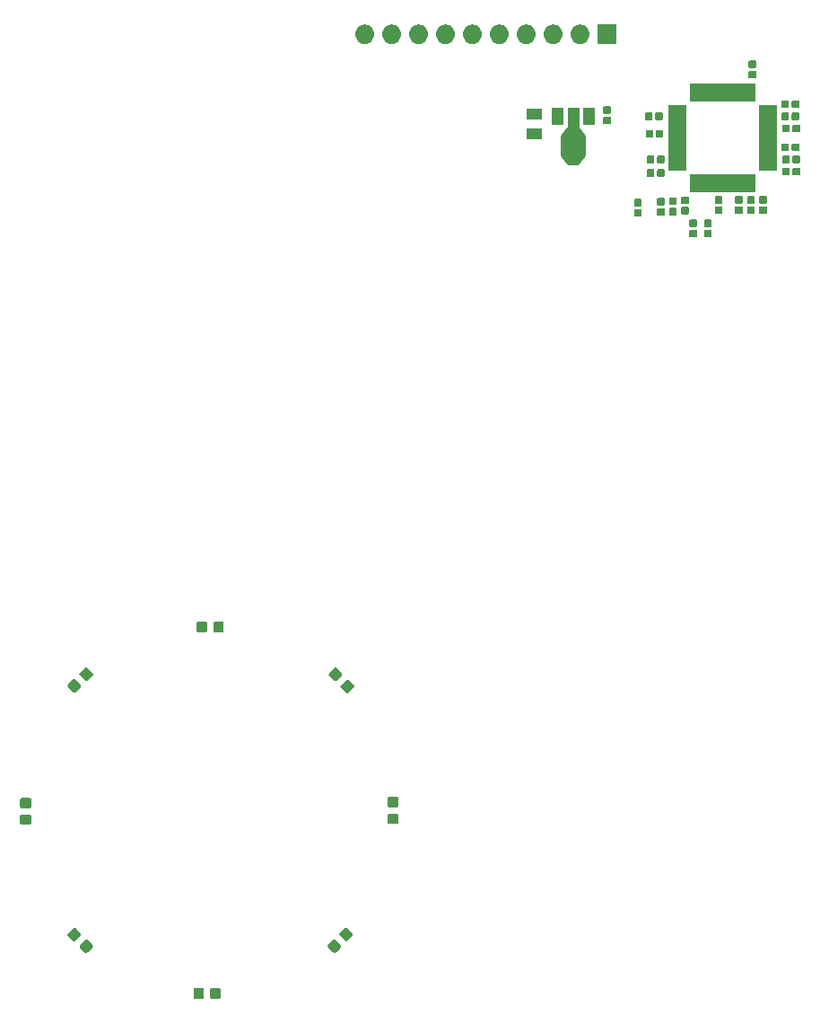
<source format=gbr>
G04 #@! TF.GenerationSoftware,KiCad,Pcbnew,(5.1.2-1)-1*
G04 #@! TF.CreationDate,2022-01-31T21:06:54-05:00*
G04 #@! TF.ProjectId,Capacitive_Touch_Breakout_Board_AT42QT1245-AU,43617061-6369-4746-9976-655f546f7563,rev?*
G04 #@! TF.SameCoordinates,Original*
G04 #@! TF.FileFunction,Soldermask,Top*
G04 #@! TF.FilePolarity,Negative*
%FSLAX46Y46*%
G04 Gerber Fmt 4.6, Leading zero omitted, Abs format (unit mm)*
G04 Created by KiCad (PCBNEW (5.1.2-1)-1) date 2022-01-31 21:06:54*
%MOMM*%
%LPD*%
G04 APERTURE LIST*
%ADD10C,0.100000*%
G04 APERTURE END LIST*
D10*
G36*
X143979091Y-131304085D02*
G01*
X144013069Y-131314393D01*
X144044390Y-131331134D01*
X144071839Y-131353661D01*
X144094366Y-131381110D01*
X144111107Y-131412431D01*
X144121415Y-131446409D01*
X144125500Y-131487890D01*
X144125500Y-132164110D01*
X144121415Y-132205591D01*
X144111107Y-132239569D01*
X144094366Y-132270890D01*
X144071839Y-132298339D01*
X144044390Y-132320866D01*
X144013069Y-132337607D01*
X143979091Y-132347915D01*
X143937610Y-132352000D01*
X143336390Y-132352000D01*
X143294909Y-132347915D01*
X143260931Y-132337607D01*
X143229610Y-132320866D01*
X143202161Y-132298339D01*
X143179634Y-132270890D01*
X143162893Y-132239569D01*
X143152585Y-132205591D01*
X143148500Y-132164110D01*
X143148500Y-131487890D01*
X143152585Y-131446409D01*
X143162893Y-131412431D01*
X143179634Y-131381110D01*
X143202161Y-131353661D01*
X143229610Y-131331134D01*
X143260931Y-131314393D01*
X143294909Y-131304085D01*
X143336390Y-131300000D01*
X143937610Y-131300000D01*
X143979091Y-131304085D01*
X143979091Y-131304085D01*
G37*
G36*
X142404091Y-131304085D02*
G01*
X142438069Y-131314393D01*
X142469390Y-131331134D01*
X142496839Y-131353661D01*
X142519366Y-131381110D01*
X142536107Y-131412431D01*
X142546415Y-131446409D01*
X142550500Y-131487890D01*
X142550500Y-132164110D01*
X142546415Y-132205591D01*
X142536107Y-132239569D01*
X142519366Y-132270890D01*
X142496839Y-132298339D01*
X142469390Y-132320866D01*
X142438069Y-132337607D01*
X142404091Y-132347915D01*
X142362610Y-132352000D01*
X141761390Y-132352000D01*
X141719909Y-132347915D01*
X141685931Y-132337607D01*
X141654610Y-132320866D01*
X141627161Y-132298339D01*
X141604634Y-132270890D01*
X141587893Y-132239569D01*
X141577585Y-132205591D01*
X141573500Y-132164110D01*
X141573500Y-131487890D01*
X141577585Y-131446409D01*
X141587893Y-131412431D01*
X141604634Y-131381110D01*
X141627161Y-131353661D01*
X141654610Y-131331134D01*
X141685931Y-131314393D01*
X141719909Y-131304085D01*
X141761390Y-131300000D01*
X142362610Y-131300000D01*
X142404091Y-131304085D01*
X142404091Y-131304085D01*
G37*
G36*
X131506858Y-126743008D02*
G01*
X131540836Y-126753316D01*
X131572157Y-126770057D01*
X131604371Y-126796495D01*
X131644222Y-126836346D01*
X131644228Y-126836351D01*
X131989649Y-127181772D01*
X131989654Y-127181778D01*
X132029505Y-127221629D01*
X132055943Y-127253843D01*
X132072684Y-127285164D01*
X132082992Y-127319142D01*
X132086472Y-127354483D01*
X132082992Y-127389824D01*
X132072684Y-127423802D01*
X132055943Y-127455123D01*
X132029505Y-127487337D01*
X131989654Y-127527188D01*
X131989649Y-127527194D01*
X131591194Y-127925649D01*
X131591188Y-127925654D01*
X131551337Y-127965505D01*
X131519123Y-127991943D01*
X131487802Y-128008684D01*
X131453824Y-128018992D01*
X131418483Y-128022472D01*
X131383142Y-128018992D01*
X131349164Y-128008684D01*
X131317843Y-127991943D01*
X131285629Y-127965505D01*
X131245778Y-127925654D01*
X131245772Y-127925649D01*
X130900351Y-127580228D01*
X130900346Y-127580222D01*
X130860495Y-127540371D01*
X130834057Y-127508157D01*
X130817316Y-127476836D01*
X130807008Y-127442858D01*
X130803528Y-127407517D01*
X130807008Y-127372176D01*
X130817316Y-127338198D01*
X130834057Y-127306877D01*
X130860495Y-127274663D01*
X130900346Y-127234812D01*
X130900351Y-127234806D01*
X131298806Y-126836351D01*
X131298812Y-126836346D01*
X131338663Y-126796495D01*
X131370877Y-126770057D01*
X131402198Y-126753316D01*
X131436176Y-126743008D01*
X131471517Y-126739528D01*
X131506858Y-126743008D01*
X131506858Y-126743008D01*
G37*
G36*
X154851130Y-126713702D02*
G01*
X154885108Y-126724010D01*
X154916429Y-126740751D01*
X154948643Y-126767189D01*
X154988494Y-126807040D01*
X154988500Y-126807045D01*
X155386955Y-127205500D01*
X155386960Y-127205506D01*
X155426811Y-127245357D01*
X155453249Y-127277571D01*
X155469990Y-127308892D01*
X155480298Y-127342870D01*
X155483778Y-127378211D01*
X155480298Y-127413552D01*
X155469990Y-127447530D01*
X155453249Y-127478851D01*
X155426811Y-127511065D01*
X155386960Y-127550916D01*
X155386955Y-127550922D01*
X155041534Y-127896343D01*
X155041528Y-127896348D01*
X155001677Y-127936199D01*
X154969463Y-127962637D01*
X154938142Y-127979378D01*
X154904164Y-127989686D01*
X154868823Y-127993166D01*
X154833482Y-127989686D01*
X154799504Y-127979378D01*
X154768183Y-127962637D01*
X154735969Y-127936199D01*
X154696118Y-127896348D01*
X154696112Y-127896343D01*
X154297657Y-127497888D01*
X154297652Y-127497882D01*
X154257801Y-127458031D01*
X154231363Y-127425817D01*
X154214622Y-127394496D01*
X154204314Y-127360518D01*
X154200834Y-127325177D01*
X154204314Y-127289836D01*
X154214622Y-127255858D01*
X154231363Y-127224537D01*
X154257801Y-127192323D01*
X154297652Y-127152472D01*
X154297657Y-127152466D01*
X154643078Y-126807045D01*
X154643084Y-126807040D01*
X154682935Y-126767189D01*
X154715149Y-126740751D01*
X154746470Y-126724010D01*
X154780448Y-126713702D01*
X154815789Y-126710222D01*
X154851130Y-126713702D01*
X154851130Y-126713702D01*
G37*
G36*
X130393164Y-125629314D02*
G01*
X130427142Y-125639622D01*
X130458463Y-125656363D01*
X130490677Y-125682801D01*
X130530528Y-125722652D01*
X130530534Y-125722657D01*
X130875955Y-126068078D01*
X130875960Y-126068084D01*
X130915811Y-126107935D01*
X130942249Y-126140149D01*
X130958990Y-126171470D01*
X130969298Y-126205448D01*
X130972778Y-126240789D01*
X130969298Y-126276130D01*
X130958990Y-126310108D01*
X130942249Y-126341429D01*
X130915811Y-126373643D01*
X130875960Y-126413494D01*
X130875955Y-126413500D01*
X130477500Y-126811955D01*
X130477494Y-126811960D01*
X130437643Y-126851811D01*
X130405429Y-126878249D01*
X130374108Y-126894990D01*
X130340130Y-126905298D01*
X130304789Y-126908778D01*
X130269448Y-126905298D01*
X130235470Y-126894990D01*
X130204149Y-126878249D01*
X130171935Y-126851811D01*
X130132084Y-126811960D01*
X130132078Y-126811955D01*
X129786657Y-126466534D01*
X129786652Y-126466528D01*
X129746801Y-126426677D01*
X129720363Y-126394463D01*
X129703622Y-126363142D01*
X129693314Y-126329164D01*
X129689834Y-126293823D01*
X129693314Y-126258482D01*
X129703622Y-126224504D01*
X129720363Y-126193183D01*
X129746801Y-126160969D01*
X129786652Y-126121118D01*
X129786657Y-126121112D01*
X130185112Y-125722657D01*
X130185118Y-125722652D01*
X130224969Y-125682801D01*
X130257183Y-125656363D01*
X130288504Y-125639622D01*
X130322482Y-125629314D01*
X130357823Y-125625834D01*
X130393164Y-125629314D01*
X130393164Y-125629314D01*
G37*
G36*
X155964824Y-125600008D02*
G01*
X155998802Y-125610316D01*
X156030123Y-125627057D01*
X156062337Y-125653495D01*
X156102188Y-125693346D01*
X156102194Y-125693351D01*
X156500649Y-126091806D01*
X156500654Y-126091812D01*
X156540505Y-126131663D01*
X156566943Y-126163877D01*
X156583684Y-126195198D01*
X156593992Y-126229176D01*
X156597472Y-126264517D01*
X156593992Y-126299858D01*
X156583684Y-126333836D01*
X156566943Y-126365157D01*
X156540505Y-126397371D01*
X156500654Y-126437222D01*
X156500649Y-126437228D01*
X156155228Y-126782649D01*
X156155222Y-126782654D01*
X156115371Y-126822505D01*
X156083157Y-126848943D01*
X156051836Y-126865684D01*
X156017858Y-126875992D01*
X155982517Y-126879472D01*
X155947176Y-126875992D01*
X155913198Y-126865684D01*
X155881877Y-126848943D01*
X155849663Y-126822505D01*
X155809812Y-126782654D01*
X155809806Y-126782649D01*
X155411351Y-126384194D01*
X155411346Y-126384188D01*
X155371495Y-126344337D01*
X155345057Y-126312123D01*
X155328316Y-126280802D01*
X155318008Y-126246824D01*
X155314528Y-126211483D01*
X155318008Y-126176142D01*
X155328316Y-126142164D01*
X155345057Y-126110843D01*
X155371495Y-126078629D01*
X155411346Y-126038778D01*
X155411351Y-126038772D01*
X155756772Y-125693351D01*
X155756778Y-125693346D01*
X155796629Y-125653495D01*
X155828843Y-125627057D01*
X155860164Y-125610316D01*
X155894142Y-125600008D01*
X155929483Y-125596528D01*
X155964824Y-125600008D01*
X155964824Y-125600008D01*
G37*
G36*
X126109591Y-114958585D02*
G01*
X126143569Y-114968893D01*
X126174890Y-114985634D01*
X126202339Y-115008161D01*
X126224866Y-115035610D01*
X126241607Y-115066931D01*
X126251915Y-115100909D01*
X126256000Y-115142390D01*
X126256000Y-115743610D01*
X126251915Y-115785091D01*
X126241607Y-115819069D01*
X126224866Y-115850390D01*
X126202339Y-115877839D01*
X126174890Y-115900366D01*
X126143569Y-115917107D01*
X126109591Y-115927415D01*
X126068110Y-115931500D01*
X125391890Y-115931500D01*
X125350409Y-115927415D01*
X125316431Y-115917107D01*
X125285110Y-115900366D01*
X125257661Y-115877839D01*
X125235134Y-115850390D01*
X125218393Y-115819069D01*
X125208085Y-115785091D01*
X125204000Y-115743610D01*
X125204000Y-115142390D01*
X125208085Y-115100909D01*
X125218393Y-115066931D01*
X125235134Y-115035610D01*
X125257661Y-115008161D01*
X125285110Y-114985634D01*
X125316431Y-114968893D01*
X125350409Y-114958585D01*
X125391890Y-114954500D01*
X126068110Y-114954500D01*
X126109591Y-114958585D01*
X126109591Y-114958585D01*
G37*
G36*
X160780591Y-114882585D02*
G01*
X160814569Y-114892893D01*
X160845890Y-114909634D01*
X160873339Y-114932161D01*
X160895866Y-114959610D01*
X160912607Y-114990931D01*
X160922915Y-115024909D01*
X160927000Y-115066390D01*
X160927000Y-115667610D01*
X160922915Y-115709091D01*
X160912607Y-115743069D01*
X160895866Y-115774390D01*
X160873339Y-115801839D01*
X160845890Y-115824366D01*
X160814569Y-115841107D01*
X160780591Y-115851415D01*
X160739110Y-115855500D01*
X160062890Y-115855500D01*
X160021409Y-115851415D01*
X159987431Y-115841107D01*
X159956110Y-115824366D01*
X159928661Y-115801839D01*
X159906134Y-115774390D01*
X159889393Y-115743069D01*
X159879085Y-115709091D01*
X159875000Y-115667610D01*
X159875000Y-115066390D01*
X159879085Y-115024909D01*
X159889393Y-114990931D01*
X159906134Y-114959610D01*
X159928661Y-114932161D01*
X159956110Y-114909634D01*
X159987431Y-114892893D01*
X160021409Y-114882585D01*
X160062890Y-114878500D01*
X160739110Y-114878500D01*
X160780591Y-114882585D01*
X160780591Y-114882585D01*
G37*
G36*
X126109591Y-113383585D02*
G01*
X126143569Y-113393893D01*
X126174890Y-113410634D01*
X126202339Y-113433161D01*
X126224866Y-113460610D01*
X126241607Y-113491931D01*
X126251915Y-113525909D01*
X126256000Y-113567390D01*
X126256000Y-114168610D01*
X126251915Y-114210091D01*
X126241607Y-114244069D01*
X126224866Y-114275390D01*
X126202339Y-114302839D01*
X126174890Y-114325366D01*
X126143569Y-114342107D01*
X126109591Y-114352415D01*
X126068110Y-114356500D01*
X125391890Y-114356500D01*
X125350409Y-114352415D01*
X125316431Y-114342107D01*
X125285110Y-114325366D01*
X125257661Y-114302839D01*
X125235134Y-114275390D01*
X125218393Y-114244069D01*
X125208085Y-114210091D01*
X125204000Y-114168610D01*
X125204000Y-113567390D01*
X125208085Y-113525909D01*
X125218393Y-113491931D01*
X125235134Y-113460610D01*
X125257661Y-113433161D01*
X125285110Y-113410634D01*
X125316431Y-113393893D01*
X125350409Y-113383585D01*
X125391890Y-113379500D01*
X126068110Y-113379500D01*
X126109591Y-113383585D01*
X126109591Y-113383585D01*
G37*
G36*
X160780591Y-113307585D02*
G01*
X160814569Y-113317893D01*
X160845890Y-113334634D01*
X160873339Y-113357161D01*
X160895866Y-113384610D01*
X160912607Y-113415931D01*
X160922915Y-113449909D01*
X160927000Y-113491390D01*
X160927000Y-114092610D01*
X160922915Y-114134091D01*
X160912607Y-114168069D01*
X160895866Y-114199390D01*
X160873339Y-114226839D01*
X160845890Y-114249366D01*
X160814569Y-114266107D01*
X160780591Y-114276415D01*
X160739110Y-114280500D01*
X160062890Y-114280500D01*
X160021409Y-114276415D01*
X159987431Y-114266107D01*
X159956110Y-114249366D01*
X159928661Y-114226839D01*
X159906134Y-114199390D01*
X159889393Y-114168069D01*
X159879085Y-114134091D01*
X159875000Y-114092610D01*
X159875000Y-113491390D01*
X159879085Y-113449909D01*
X159889393Y-113415931D01*
X159906134Y-113384610D01*
X159928661Y-113357161D01*
X159956110Y-113334634D01*
X159987431Y-113317893D01*
X160021409Y-113307585D01*
X160062890Y-113303500D01*
X160739110Y-113303500D01*
X160780591Y-113307585D01*
X160780591Y-113307585D01*
G37*
G36*
X156144858Y-102232008D02*
G01*
X156178836Y-102242316D01*
X156210157Y-102259057D01*
X156242371Y-102285495D01*
X156282222Y-102325346D01*
X156282228Y-102325351D01*
X156627649Y-102670772D01*
X156627654Y-102670778D01*
X156667505Y-102710629D01*
X156693943Y-102742843D01*
X156710684Y-102774164D01*
X156720992Y-102808142D01*
X156724472Y-102843483D01*
X156720992Y-102878824D01*
X156710684Y-102912802D01*
X156693943Y-102944123D01*
X156667505Y-102976337D01*
X156627654Y-103016188D01*
X156627649Y-103016194D01*
X156229194Y-103414649D01*
X156229188Y-103414654D01*
X156189337Y-103454505D01*
X156157123Y-103480943D01*
X156125802Y-103497684D01*
X156091824Y-103507992D01*
X156056483Y-103511472D01*
X156021142Y-103507992D01*
X155987164Y-103497684D01*
X155955843Y-103480943D01*
X155923629Y-103454505D01*
X155883778Y-103414654D01*
X155883772Y-103414649D01*
X155538351Y-103069228D01*
X155538346Y-103069222D01*
X155498495Y-103029371D01*
X155472057Y-102997157D01*
X155455316Y-102965836D01*
X155445008Y-102931858D01*
X155441528Y-102896517D01*
X155445008Y-102861176D01*
X155455316Y-102827198D01*
X155472057Y-102795877D01*
X155498495Y-102763663D01*
X155538346Y-102723812D01*
X155538351Y-102723806D01*
X155936806Y-102325351D01*
X155936812Y-102325346D01*
X155976663Y-102285495D01*
X156008877Y-102259057D01*
X156040198Y-102242316D01*
X156074176Y-102232008D01*
X156109517Y-102228528D01*
X156144858Y-102232008D01*
X156144858Y-102232008D01*
G37*
G36*
X130340130Y-102202702D02*
G01*
X130374108Y-102213010D01*
X130405429Y-102229751D01*
X130437643Y-102256189D01*
X130477494Y-102296040D01*
X130477500Y-102296045D01*
X130875955Y-102694500D01*
X130875960Y-102694506D01*
X130915811Y-102734357D01*
X130942249Y-102766571D01*
X130958990Y-102797892D01*
X130969298Y-102831870D01*
X130972778Y-102867211D01*
X130969298Y-102902552D01*
X130958990Y-102936530D01*
X130942249Y-102967851D01*
X130915811Y-103000065D01*
X130875960Y-103039916D01*
X130875955Y-103039922D01*
X130530534Y-103385343D01*
X130530528Y-103385348D01*
X130490677Y-103425199D01*
X130458463Y-103451637D01*
X130427142Y-103468378D01*
X130393164Y-103478686D01*
X130357823Y-103482166D01*
X130322482Y-103478686D01*
X130288504Y-103468378D01*
X130257183Y-103451637D01*
X130224969Y-103425199D01*
X130185118Y-103385348D01*
X130185112Y-103385343D01*
X129786657Y-102986888D01*
X129786652Y-102986882D01*
X129746801Y-102947031D01*
X129720363Y-102914817D01*
X129703622Y-102883496D01*
X129693314Y-102849518D01*
X129689834Y-102814177D01*
X129693314Y-102778836D01*
X129703622Y-102744858D01*
X129720363Y-102713537D01*
X129746801Y-102681323D01*
X129786652Y-102641472D01*
X129786657Y-102641466D01*
X130132078Y-102296045D01*
X130132084Y-102296040D01*
X130171935Y-102256189D01*
X130204149Y-102229751D01*
X130235470Y-102213010D01*
X130269448Y-102202702D01*
X130304789Y-102199222D01*
X130340130Y-102202702D01*
X130340130Y-102202702D01*
G37*
G36*
X155031164Y-101118314D02*
G01*
X155065142Y-101128622D01*
X155096463Y-101145363D01*
X155128677Y-101171801D01*
X155168528Y-101211652D01*
X155168534Y-101211657D01*
X155513955Y-101557078D01*
X155513960Y-101557084D01*
X155553811Y-101596935D01*
X155580249Y-101629149D01*
X155596990Y-101660470D01*
X155607298Y-101694448D01*
X155610778Y-101729789D01*
X155607298Y-101765130D01*
X155596990Y-101799108D01*
X155580249Y-101830429D01*
X155553811Y-101862643D01*
X155513960Y-101902494D01*
X155513955Y-101902500D01*
X155115500Y-102300955D01*
X155115494Y-102300960D01*
X155075643Y-102340811D01*
X155043429Y-102367249D01*
X155012108Y-102383990D01*
X154978130Y-102394298D01*
X154942789Y-102397778D01*
X154907448Y-102394298D01*
X154873470Y-102383990D01*
X154842149Y-102367249D01*
X154809935Y-102340811D01*
X154770084Y-102300960D01*
X154770078Y-102300955D01*
X154424657Y-101955534D01*
X154424652Y-101955528D01*
X154384801Y-101915677D01*
X154358363Y-101883463D01*
X154341622Y-101852142D01*
X154331314Y-101818164D01*
X154327834Y-101782823D01*
X154331314Y-101747482D01*
X154341622Y-101713504D01*
X154358363Y-101682183D01*
X154384801Y-101649969D01*
X154424652Y-101610118D01*
X154424657Y-101610112D01*
X154823112Y-101211657D01*
X154823118Y-101211652D01*
X154862969Y-101171801D01*
X154895183Y-101145363D01*
X154926504Y-101128622D01*
X154960482Y-101118314D01*
X154995823Y-101114834D01*
X155031164Y-101118314D01*
X155031164Y-101118314D01*
G37*
G36*
X131453824Y-101089008D02*
G01*
X131487802Y-101099316D01*
X131519123Y-101116057D01*
X131551337Y-101142495D01*
X131591188Y-101182346D01*
X131591194Y-101182351D01*
X131989649Y-101580806D01*
X131989654Y-101580812D01*
X132029505Y-101620663D01*
X132055943Y-101652877D01*
X132072684Y-101684198D01*
X132082992Y-101718176D01*
X132086472Y-101753517D01*
X132082992Y-101788858D01*
X132072684Y-101822836D01*
X132055943Y-101854157D01*
X132029505Y-101886371D01*
X131989654Y-101926222D01*
X131989649Y-101926228D01*
X131644228Y-102271649D01*
X131644222Y-102271654D01*
X131604371Y-102311505D01*
X131572157Y-102337943D01*
X131540836Y-102354684D01*
X131506858Y-102364992D01*
X131471517Y-102368472D01*
X131436176Y-102364992D01*
X131402198Y-102354684D01*
X131370877Y-102337943D01*
X131338663Y-102311505D01*
X131298812Y-102271654D01*
X131298806Y-102271649D01*
X130900351Y-101873194D01*
X130900346Y-101873188D01*
X130860495Y-101833337D01*
X130834057Y-101801123D01*
X130817316Y-101769802D01*
X130807008Y-101735824D01*
X130803528Y-101700483D01*
X130807008Y-101665142D01*
X130817316Y-101631164D01*
X130834057Y-101599843D01*
X130860495Y-101567629D01*
X130900346Y-101527778D01*
X130900351Y-101527772D01*
X131245772Y-101182351D01*
X131245778Y-101182346D01*
X131285629Y-101142495D01*
X131317843Y-101116057D01*
X131349164Y-101099316D01*
X131383142Y-101089008D01*
X131418483Y-101085528D01*
X131453824Y-101089008D01*
X131453824Y-101089008D01*
G37*
G36*
X142709091Y-96760085D02*
G01*
X142743069Y-96770393D01*
X142774390Y-96787134D01*
X142801839Y-96809661D01*
X142824366Y-96837110D01*
X142841107Y-96868431D01*
X142851415Y-96902409D01*
X142855500Y-96943890D01*
X142855500Y-97620110D01*
X142851415Y-97661591D01*
X142841107Y-97695569D01*
X142824366Y-97726890D01*
X142801839Y-97754339D01*
X142774390Y-97776866D01*
X142743069Y-97793607D01*
X142709091Y-97803915D01*
X142667610Y-97808000D01*
X142066390Y-97808000D01*
X142024909Y-97803915D01*
X141990931Y-97793607D01*
X141959610Y-97776866D01*
X141932161Y-97754339D01*
X141909634Y-97726890D01*
X141892893Y-97695569D01*
X141882585Y-97661591D01*
X141878500Y-97620110D01*
X141878500Y-96943890D01*
X141882585Y-96902409D01*
X141892893Y-96868431D01*
X141909634Y-96837110D01*
X141932161Y-96809661D01*
X141959610Y-96787134D01*
X141990931Y-96770393D01*
X142024909Y-96760085D01*
X142066390Y-96756000D01*
X142667610Y-96756000D01*
X142709091Y-96760085D01*
X142709091Y-96760085D01*
G37*
G36*
X144284091Y-96760085D02*
G01*
X144318069Y-96770393D01*
X144349390Y-96787134D01*
X144376839Y-96809661D01*
X144399366Y-96837110D01*
X144416107Y-96868431D01*
X144426415Y-96902409D01*
X144430500Y-96943890D01*
X144430500Y-97620110D01*
X144426415Y-97661591D01*
X144416107Y-97695569D01*
X144399366Y-97726890D01*
X144376839Y-97754339D01*
X144349390Y-97776866D01*
X144318069Y-97793607D01*
X144284091Y-97803915D01*
X144242610Y-97808000D01*
X143641390Y-97808000D01*
X143599909Y-97803915D01*
X143565931Y-97793607D01*
X143534610Y-97776866D01*
X143507161Y-97754339D01*
X143484634Y-97726890D01*
X143467893Y-97695569D01*
X143457585Y-97661591D01*
X143453500Y-97620110D01*
X143453500Y-96943890D01*
X143457585Y-96902409D01*
X143467893Y-96868431D01*
X143484634Y-96837110D01*
X143507161Y-96809661D01*
X143534610Y-96787134D01*
X143565931Y-96770393D01*
X143599909Y-96760085D01*
X143641390Y-96756000D01*
X144242610Y-96756000D01*
X144284091Y-96760085D01*
X144284091Y-96760085D01*
G37*
G36*
X189003938Y-59854716D02*
G01*
X189024557Y-59860971D01*
X189043553Y-59871124D01*
X189060208Y-59884792D01*
X189073876Y-59901447D01*
X189084029Y-59920443D01*
X189090284Y-59941062D01*
X189093000Y-59968640D01*
X189093000Y-60427360D01*
X189090284Y-60454938D01*
X189084029Y-60475557D01*
X189073876Y-60494553D01*
X189060208Y-60511208D01*
X189043553Y-60524876D01*
X189024557Y-60535029D01*
X189003938Y-60541284D01*
X188976360Y-60544000D01*
X188467640Y-60544000D01*
X188440062Y-60541284D01*
X188419443Y-60535029D01*
X188400447Y-60524876D01*
X188383792Y-60511208D01*
X188370124Y-60494553D01*
X188359971Y-60475557D01*
X188353716Y-60454938D01*
X188351000Y-60427360D01*
X188351000Y-59968640D01*
X188353716Y-59941062D01*
X188359971Y-59920443D01*
X188370124Y-59901447D01*
X188383792Y-59884792D01*
X188400447Y-59871124D01*
X188419443Y-59860971D01*
X188440062Y-59854716D01*
X188467640Y-59852000D01*
X188976360Y-59852000D01*
X189003938Y-59854716D01*
X189003938Y-59854716D01*
G37*
G36*
X190400938Y-59854716D02*
G01*
X190421557Y-59860971D01*
X190440553Y-59871124D01*
X190457208Y-59884792D01*
X190470876Y-59901447D01*
X190481029Y-59920443D01*
X190487284Y-59941062D01*
X190490000Y-59968640D01*
X190490000Y-60427360D01*
X190487284Y-60454938D01*
X190481029Y-60475557D01*
X190470876Y-60494553D01*
X190457208Y-60511208D01*
X190440553Y-60524876D01*
X190421557Y-60535029D01*
X190400938Y-60541284D01*
X190373360Y-60544000D01*
X189864640Y-60544000D01*
X189837062Y-60541284D01*
X189816443Y-60535029D01*
X189797447Y-60524876D01*
X189780792Y-60511208D01*
X189767124Y-60494553D01*
X189756971Y-60475557D01*
X189750716Y-60454938D01*
X189748000Y-60427360D01*
X189748000Y-59968640D01*
X189750716Y-59941062D01*
X189756971Y-59920443D01*
X189767124Y-59901447D01*
X189780792Y-59884792D01*
X189797447Y-59871124D01*
X189816443Y-59860971D01*
X189837062Y-59854716D01*
X189864640Y-59852000D01*
X190373360Y-59852000D01*
X190400938Y-59854716D01*
X190400938Y-59854716D01*
G37*
G36*
X189003938Y-58884716D02*
G01*
X189024557Y-58890971D01*
X189043553Y-58901124D01*
X189060208Y-58914792D01*
X189073876Y-58931447D01*
X189084029Y-58950443D01*
X189090284Y-58971062D01*
X189093000Y-58998640D01*
X189093000Y-59457360D01*
X189090284Y-59484938D01*
X189084029Y-59505557D01*
X189073876Y-59524553D01*
X189060208Y-59541208D01*
X189043553Y-59554876D01*
X189024557Y-59565029D01*
X189003938Y-59571284D01*
X188976360Y-59574000D01*
X188467640Y-59574000D01*
X188440062Y-59571284D01*
X188419443Y-59565029D01*
X188400447Y-59554876D01*
X188383792Y-59541208D01*
X188370124Y-59524553D01*
X188359971Y-59505557D01*
X188353716Y-59484938D01*
X188351000Y-59457360D01*
X188351000Y-58998640D01*
X188353716Y-58971062D01*
X188359971Y-58950443D01*
X188370124Y-58931447D01*
X188383792Y-58914792D01*
X188400447Y-58901124D01*
X188419443Y-58890971D01*
X188440062Y-58884716D01*
X188467640Y-58882000D01*
X188976360Y-58882000D01*
X189003938Y-58884716D01*
X189003938Y-58884716D01*
G37*
G36*
X190400938Y-58884716D02*
G01*
X190421557Y-58890971D01*
X190440553Y-58901124D01*
X190457208Y-58914792D01*
X190470876Y-58931447D01*
X190481029Y-58950443D01*
X190487284Y-58971062D01*
X190490000Y-58998640D01*
X190490000Y-59457360D01*
X190487284Y-59484938D01*
X190481029Y-59505557D01*
X190470876Y-59524553D01*
X190457208Y-59541208D01*
X190440553Y-59554876D01*
X190421557Y-59565029D01*
X190400938Y-59571284D01*
X190373360Y-59574000D01*
X189864640Y-59574000D01*
X189837062Y-59571284D01*
X189816443Y-59565029D01*
X189797447Y-59554876D01*
X189780792Y-59541208D01*
X189767124Y-59524553D01*
X189756971Y-59505557D01*
X189750716Y-59484938D01*
X189748000Y-59457360D01*
X189748000Y-58998640D01*
X189750716Y-58971062D01*
X189756971Y-58950443D01*
X189767124Y-58931447D01*
X189780792Y-58914792D01*
X189797447Y-58901124D01*
X189816443Y-58890971D01*
X189837062Y-58884716D01*
X189864640Y-58882000D01*
X190373360Y-58882000D01*
X190400938Y-58884716D01*
X190400938Y-58884716D01*
G37*
G36*
X183796938Y-57903716D02*
G01*
X183817557Y-57909971D01*
X183836553Y-57920124D01*
X183853208Y-57933792D01*
X183866876Y-57950447D01*
X183877029Y-57969443D01*
X183883284Y-57990062D01*
X183886000Y-58017640D01*
X183886000Y-58476360D01*
X183883284Y-58503938D01*
X183877029Y-58524557D01*
X183866876Y-58543553D01*
X183853208Y-58560208D01*
X183836553Y-58573876D01*
X183817557Y-58584029D01*
X183796938Y-58590284D01*
X183769360Y-58593000D01*
X183260640Y-58593000D01*
X183233062Y-58590284D01*
X183212443Y-58584029D01*
X183193447Y-58573876D01*
X183176792Y-58560208D01*
X183163124Y-58543553D01*
X183152971Y-58524557D01*
X183146716Y-58503938D01*
X183144000Y-58476360D01*
X183144000Y-58017640D01*
X183146716Y-57990062D01*
X183152971Y-57969443D01*
X183163124Y-57950447D01*
X183176792Y-57933792D01*
X183193447Y-57920124D01*
X183212443Y-57909971D01*
X183233062Y-57903716D01*
X183260640Y-57901000D01*
X183769360Y-57901000D01*
X183796938Y-57903716D01*
X183796938Y-57903716D01*
G37*
G36*
X185955938Y-57822716D02*
G01*
X185976557Y-57828971D01*
X185995553Y-57839124D01*
X186012208Y-57852792D01*
X186025876Y-57869447D01*
X186036029Y-57888443D01*
X186042284Y-57909062D01*
X186045000Y-57936640D01*
X186045000Y-58395360D01*
X186042284Y-58422938D01*
X186036029Y-58443557D01*
X186025876Y-58462553D01*
X186012208Y-58479208D01*
X185995553Y-58492876D01*
X185976557Y-58503029D01*
X185955938Y-58509284D01*
X185928360Y-58512000D01*
X185419640Y-58512000D01*
X185392062Y-58509284D01*
X185371443Y-58503029D01*
X185352447Y-58492876D01*
X185335792Y-58479208D01*
X185322124Y-58462553D01*
X185311971Y-58443557D01*
X185305716Y-58422938D01*
X185303000Y-58395360D01*
X185303000Y-57936640D01*
X185305716Y-57909062D01*
X185311971Y-57888443D01*
X185322124Y-57869447D01*
X185335792Y-57852792D01*
X185352447Y-57839124D01*
X185371443Y-57828971D01*
X185392062Y-57822716D01*
X185419640Y-57820000D01*
X185928360Y-57820000D01*
X185955938Y-57822716D01*
X185955938Y-57822716D01*
G37*
G36*
X187098938Y-57776716D02*
G01*
X187119557Y-57782971D01*
X187138553Y-57793124D01*
X187155208Y-57806792D01*
X187168876Y-57823447D01*
X187179029Y-57842443D01*
X187185284Y-57863062D01*
X187188000Y-57890640D01*
X187188000Y-58349360D01*
X187185284Y-58376938D01*
X187179029Y-58397557D01*
X187168876Y-58416553D01*
X187155208Y-58433208D01*
X187138553Y-58446876D01*
X187119557Y-58457029D01*
X187098938Y-58463284D01*
X187071360Y-58466000D01*
X186562640Y-58466000D01*
X186535062Y-58463284D01*
X186514443Y-58457029D01*
X186495447Y-58446876D01*
X186478792Y-58433208D01*
X186465124Y-58416553D01*
X186454971Y-58397557D01*
X186448716Y-58376938D01*
X186446000Y-58349360D01*
X186446000Y-57890640D01*
X186448716Y-57863062D01*
X186454971Y-57842443D01*
X186465124Y-57823447D01*
X186478792Y-57806792D01*
X186495447Y-57793124D01*
X186514443Y-57782971D01*
X186535062Y-57776716D01*
X186562640Y-57774000D01*
X187071360Y-57774000D01*
X187098938Y-57776716D01*
X187098938Y-57776716D01*
G37*
G36*
X188241938Y-57695716D02*
G01*
X188262557Y-57701971D01*
X188281553Y-57712124D01*
X188298208Y-57725792D01*
X188311876Y-57742447D01*
X188322029Y-57761443D01*
X188328284Y-57782062D01*
X188331000Y-57809640D01*
X188331000Y-58268360D01*
X188328284Y-58295938D01*
X188322029Y-58316557D01*
X188311876Y-58335553D01*
X188298208Y-58352208D01*
X188281553Y-58365876D01*
X188262557Y-58376029D01*
X188241938Y-58382284D01*
X188214360Y-58385000D01*
X187705640Y-58385000D01*
X187678062Y-58382284D01*
X187657443Y-58376029D01*
X187638447Y-58365876D01*
X187621792Y-58352208D01*
X187608124Y-58335553D01*
X187597971Y-58316557D01*
X187591716Y-58295938D01*
X187589000Y-58268360D01*
X187589000Y-57809640D01*
X187591716Y-57782062D01*
X187597971Y-57761443D01*
X187608124Y-57742447D01*
X187621792Y-57725792D01*
X187638447Y-57712124D01*
X187657443Y-57701971D01*
X187678062Y-57695716D01*
X187705640Y-57693000D01*
X188214360Y-57693000D01*
X188241938Y-57695716D01*
X188241938Y-57695716D01*
G37*
G36*
X191416938Y-57649716D02*
G01*
X191437557Y-57655971D01*
X191456553Y-57666124D01*
X191473208Y-57679792D01*
X191486876Y-57696447D01*
X191497029Y-57715443D01*
X191503284Y-57736062D01*
X191506000Y-57763640D01*
X191506000Y-58222360D01*
X191503284Y-58249938D01*
X191497029Y-58270557D01*
X191486876Y-58289553D01*
X191473208Y-58306208D01*
X191456553Y-58319876D01*
X191437557Y-58330029D01*
X191416938Y-58336284D01*
X191389360Y-58339000D01*
X190880640Y-58339000D01*
X190853062Y-58336284D01*
X190832443Y-58330029D01*
X190813447Y-58319876D01*
X190796792Y-58306208D01*
X190783124Y-58289553D01*
X190772971Y-58270557D01*
X190766716Y-58249938D01*
X190764000Y-58222360D01*
X190764000Y-57763640D01*
X190766716Y-57736062D01*
X190772971Y-57715443D01*
X190783124Y-57696447D01*
X190796792Y-57679792D01*
X190813447Y-57666124D01*
X190832443Y-57655971D01*
X190853062Y-57649716D01*
X190880640Y-57647000D01*
X191389360Y-57647000D01*
X191416938Y-57649716D01*
X191416938Y-57649716D01*
G37*
G36*
X195607938Y-57649716D02*
G01*
X195628557Y-57655971D01*
X195647553Y-57666124D01*
X195664208Y-57679792D01*
X195677876Y-57696447D01*
X195688029Y-57715443D01*
X195694284Y-57736062D01*
X195697000Y-57763640D01*
X195697000Y-58222360D01*
X195694284Y-58249938D01*
X195688029Y-58270557D01*
X195677876Y-58289553D01*
X195664208Y-58306208D01*
X195647553Y-58319876D01*
X195628557Y-58330029D01*
X195607938Y-58336284D01*
X195580360Y-58339000D01*
X195071640Y-58339000D01*
X195044062Y-58336284D01*
X195023443Y-58330029D01*
X195004447Y-58319876D01*
X194987792Y-58306208D01*
X194974124Y-58289553D01*
X194963971Y-58270557D01*
X194957716Y-58249938D01*
X194955000Y-58222360D01*
X194955000Y-57763640D01*
X194957716Y-57736062D01*
X194963971Y-57715443D01*
X194974124Y-57696447D01*
X194987792Y-57679792D01*
X195004447Y-57666124D01*
X195023443Y-57655971D01*
X195044062Y-57649716D01*
X195071640Y-57647000D01*
X195580360Y-57647000D01*
X195607938Y-57649716D01*
X195607938Y-57649716D01*
G37*
G36*
X194464938Y-57649716D02*
G01*
X194485557Y-57655971D01*
X194504553Y-57666124D01*
X194521208Y-57679792D01*
X194534876Y-57696447D01*
X194545029Y-57715443D01*
X194551284Y-57736062D01*
X194554000Y-57763640D01*
X194554000Y-58222360D01*
X194551284Y-58249938D01*
X194545029Y-58270557D01*
X194534876Y-58289553D01*
X194521208Y-58306208D01*
X194504553Y-58319876D01*
X194485557Y-58330029D01*
X194464938Y-58336284D01*
X194437360Y-58339000D01*
X193928640Y-58339000D01*
X193901062Y-58336284D01*
X193880443Y-58330029D01*
X193861447Y-58319876D01*
X193844792Y-58306208D01*
X193831124Y-58289553D01*
X193820971Y-58270557D01*
X193814716Y-58249938D01*
X193812000Y-58222360D01*
X193812000Y-57763640D01*
X193814716Y-57736062D01*
X193820971Y-57715443D01*
X193831124Y-57696447D01*
X193844792Y-57679792D01*
X193861447Y-57666124D01*
X193880443Y-57655971D01*
X193901062Y-57649716D01*
X193928640Y-57647000D01*
X194437360Y-57647000D01*
X194464938Y-57649716D01*
X194464938Y-57649716D01*
G37*
G36*
X193321938Y-57649716D02*
G01*
X193342557Y-57655971D01*
X193361553Y-57666124D01*
X193378208Y-57679792D01*
X193391876Y-57696447D01*
X193402029Y-57715443D01*
X193408284Y-57736062D01*
X193411000Y-57763640D01*
X193411000Y-58222360D01*
X193408284Y-58249938D01*
X193402029Y-58270557D01*
X193391876Y-58289553D01*
X193378208Y-58306208D01*
X193361553Y-58319876D01*
X193342557Y-58330029D01*
X193321938Y-58336284D01*
X193294360Y-58339000D01*
X192785640Y-58339000D01*
X192758062Y-58336284D01*
X192737443Y-58330029D01*
X192718447Y-58319876D01*
X192701792Y-58306208D01*
X192688124Y-58289553D01*
X192677971Y-58270557D01*
X192671716Y-58249938D01*
X192669000Y-58222360D01*
X192669000Y-57763640D01*
X192671716Y-57736062D01*
X192677971Y-57715443D01*
X192688124Y-57696447D01*
X192701792Y-57679792D01*
X192718447Y-57666124D01*
X192737443Y-57655971D01*
X192758062Y-57649716D01*
X192785640Y-57647000D01*
X193294360Y-57647000D01*
X193321938Y-57649716D01*
X193321938Y-57649716D01*
G37*
G36*
X183796938Y-56933716D02*
G01*
X183817557Y-56939971D01*
X183836553Y-56950124D01*
X183853208Y-56963792D01*
X183866876Y-56980447D01*
X183877029Y-56999443D01*
X183883284Y-57020062D01*
X183886000Y-57047640D01*
X183886000Y-57506360D01*
X183883284Y-57533938D01*
X183877029Y-57554557D01*
X183866876Y-57573553D01*
X183853208Y-57590208D01*
X183836553Y-57603876D01*
X183817557Y-57614029D01*
X183796938Y-57620284D01*
X183769360Y-57623000D01*
X183260640Y-57623000D01*
X183233062Y-57620284D01*
X183212443Y-57614029D01*
X183193447Y-57603876D01*
X183176792Y-57590208D01*
X183163124Y-57573553D01*
X183152971Y-57554557D01*
X183146716Y-57533938D01*
X183144000Y-57506360D01*
X183144000Y-57047640D01*
X183146716Y-57020062D01*
X183152971Y-56999443D01*
X183163124Y-56980447D01*
X183176792Y-56963792D01*
X183193447Y-56950124D01*
X183212443Y-56939971D01*
X183233062Y-56933716D01*
X183260640Y-56931000D01*
X183769360Y-56931000D01*
X183796938Y-56933716D01*
X183796938Y-56933716D01*
G37*
G36*
X185955938Y-56852716D02*
G01*
X185976557Y-56858971D01*
X185995553Y-56869124D01*
X186012208Y-56882792D01*
X186025876Y-56899447D01*
X186036029Y-56918443D01*
X186042284Y-56939062D01*
X186045000Y-56966640D01*
X186045000Y-57425360D01*
X186042284Y-57452938D01*
X186036029Y-57473557D01*
X186025876Y-57492553D01*
X186012208Y-57509208D01*
X185995553Y-57522876D01*
X185976557Y-57533029D01*
X185955938Y-57539284D01*
X185928360Y-57542000D01*
X185419640Y-57542000D01*
X185392062Y-57539284D01*
X185371443Y-57533029D01*
X185352447Y-57522876D01*
X185335792Y-57509208D01*
X185322124Y-57492553D01*
X185311971Y-57473557D01*
X185305716Y-57452938D01*
X185303000Y-57425360D01*
X185303000Y-56966640D01*
X185305716Y-56939062D01*
X185311971Y-56918443D01*
X185322124Y-56899447D01*
X185335792Y-56882792D01*
X185352447Y-56869124D01*
X185371443Y-56858971D01*
X185392062Y-56852716D01*
X185419640Y-56850000D01*
X185928360Y-56850000D01*
X185955938Y-56852716D01*
X185955938Y-56852716D01*
G37*
G36*
X187098938Y-56806716D02*
G01*
X187119557Y-56812971D01*
X187138553Y-56823124D01*
X187155208Y-56836792D01*
X187168876Y-56853447D01*
X187179029Y-56872443D01*
X187185284Y-56893062D01*
X187188000Y-56920640D01*
X187188000Y-57379360D01*
X187185284Y-57406938D01*
X187179029Y-57427557D01*
X187168876Y-57446553D01*
X187155208Y-57463208D01*
X187138553Y-57476876D01*
X187119557Y-57487029D01*
X187098938Y-57493284D01*
X187071360Y-57496000D01*
X186562640Y-57496000D01*
X186535062Y-57493284D01*
X186514443Y-57487029D01*
X186495447Y-57476876D01*
X186478792Y-57463208D01*
X186465124Y-57446553D01*
X186454971Y-57427557D01*
X186448716Y-57406938D01*
X186446000Y-57379360D01*
X186446000Y-56920640D01*
X186448716Y-56893062D01*
X186454971Y-56872443D01*
X186465124Y-56853447D01*
X186478792Y-56836792D01*
X186495447Y-56823124D01*
X186514443Y-56812971D01*
X186535062Y-56806716D01*
X186562640Y-56804000D01*
X187071360Y-56804000D01*
X187098938Y-56806716D01*
X187098938Y-56806716D01*
G37*
G36*
X188241938Y-56725716D02*
G01*
X188262557Y-56731971D01*
X188281553Y-56742124D01*
X188298208Y-56755792D01*
X188311876Y-56772447D01*
X188322029Y-56791443D01*
X188328284Y-56812062D01*
X188331000Y-56839640D01*
X188331000Y-57298360D01*
X188328284Y-57325938D01*
X188322029Y-57346557D01*
X188311876Y-57365553D01*
X188298208Y-57382208D01*
X188281553Y-57395876D01*
X188262557Y-57406029D01*
X188241938Y-57412284D01*
X188214360Y-57415000D01*
X187705640Y-57415000D01*
X187678062Y-57412284D01*
X187657443Y-57406029D01*
X187638447Y-57395876D01*
X187621792Y-57382208D01*
X187608124Y-57365553D01*
X187597971Y-57346557D01*
X187591716Y-57325938D01*
X187589000Y-57298360D01*
X187589000Y-56839640D01*
X187591716Y-56812062D01*
X187597971Y-56791443D01*
X187608124Y-56772447D01*
X187621792Y-56755792D01*
X187638447Y-56742124D01*
X187657443Y-56731971D01*
X187678062Y-56725716D01*
X187705640Y-56723000D01*
X188214360Y-56723000D01*
X188241938Y-56725716D01*
X188241938Y-56725716D01*
G37*
G36*
X195607938Y-56679716D02*
G01*
X195628557Y-56685971D01*
X195647553Y-56696124D01*
X195664208Y-56709792D01*
X195677876Y-56726447D01*
X195688029Y-56745443D01*
X195694284Y-56766062D01*
X195697000Y-56793640D01*
X195697000Y-57252360D01*
X195694284Y-57279938D01*
X195688029Y-57300557D01*
X195677876Y-57319553D01*
X195664208Y-57336208D01*
X195647553Y-57349876D01*
X195628557Y-57360029D01*
X195607938Y-57366284D01*
X195580360Y-57369000D01*
X195071640Y-57369000D01*
X195044062Y-57366284D01*
X195023443Y-57360029D01*
X195004447Y-57349876D01*
X194987792Y-57336208D01*
X194974124Y-57319553D01*
X194963971Y-57300557D01*
X194957716Y-57279938D01*
X194955000Y-57252360D01*
X194955000Y-56793640D01*
X194957716Y-56766062D01*
X194963971Y-56745443D01*
X194974124Y-56726447D01*
X194987792Y-56709792D01*
X195004447Y-56696124D01*
X195023443Y-56685971D01*
X195044062Y-56679716D01*
X195071640Y-56677000D01*
X195580360Y-56677000D01*
X195607938Y-56679716D01*
X195607938Y-56679716D01*
G37*
G36*
X194464938Y-56679716D02*
G01*
X194485557Y-56685971D01*
X194504553Y-56696124D01*
X194521208Y-56709792D01*
X194534876Y-56726447D01*
X194545029Y-56745443D01*
X194551284Y-56766062D01*
X194554000Y-56793640D01*
X194554000Y-57252360D01*
X194551284Y-57279938D01*
X194545029Y-57300557D01*
X194534876Y-57319553D01*
X194521208Y-57336208D01*
X194504553Y-57349876D01*
X194485557Y-57360029D01*
X194464938Y-57366284D01*
X194437360Y-57369000D01*
X193928640Y-57369000D01*
X193901062Y-57366284D01*
X193880443Y-57360029D01*
X193861447Y-57349876D01*
X193844792Y-57336208D01*
X193831124Y-57319553D01*
X193820971Y-57300557D01*
X193814716Y-57279938D01*
X193812000Y-57252360D01*
X193812000Y-56793640D01*
X193814716Y-56766062D01*
X193820971Y-56745443D01*
X193831124Y-56726447D01*
X193844792Y-56709792D01*
X193861447Y-56696124D01*
X193880443Y-56685971D01*
X193901062Y-56679716D01*
X193928640Y-56677000D01*
X194437360Y-56677000D01*
X194464938Y-56679716D01*
X194464938Y-56679716D01*
G37*
G36*
X193321938Y-56679716D02*
G01*
X193342557Y-56685971D01*
X193361553Y-56696124D01*
X193378208Y-56709792D01*
X193391876Y-56726447D01*
X193402029Y-56745443D01*
X193408284Y-56766062D01*
X193411000Y-56793640D01*
X193411000Y-57252360D01*
X193408284Y-57279938D01*
X193402029Y-57300557D01*
X193391876Y-57319553D01*
X193378208Y-57336208D01*
X193361553Y-57349876D01*
X193342557Y-57360029D01*
X193321938Y-57366284D01*
X193294360Y-57369000D01*
X192785640Y-57369000D01*
X192758062Y-57366284D01*
X192737443Y-57360029D01*
X192718447Y-57349876D01*
X192701792Y-57336208D01*
X192688124Y-57319553D01*
X192677971Y-57300557D01*
X192671716Y-57279938D01*
X192669000Y-57252360D01*
X192669000Y-56793640D01*
X192671716Y-56766062D01*
X192677971Y-56745443D01*
X192688124Y-56726447D01*
X192701792Y-56709792D01*
X192718447Y-56696124D01*
X192737443Y-56685971D01*
X192758062Y-56679716D01*
X192785640Y-56677000D01*
X193294360Y-56677000D01*
X193321938Y-56679716D01*
X193321938Y-56679716D01*
G37*
G36*
X191416938Y-56679716D02*
G01*
X191437557Y-56685971D01*
X191456553Y-56696124D01*
X191473208Y-56709792D01*
X191486876Y-56726447D01*
X191497029Y-56745443D01*
X191503284Y-56766062D01*
X191506000Y-56793640D01*
X191506000Y-57252360D01*
X191503284Y-57279938D01*
X191497029Y-57300557D01*
X191486876Y-57319553D01*
X191473208Y-57336208D01*
X191456553Y-57349876D01*
X191437557Y-57360029D01*
X191416938Y-57366284D01*
X191389360Y-57369000D01*
X190880640Y-57369000D01*
X190853062Y-57366284D01*
X190832443Y-57360029D01*
X190813447Y-57349876D01*
X190796792Y-57336208D01*
X190783124Y-57319553D01*
X190772971Y-57300557D01*
X190766716Y-57279938D01*
X190764000Y-57252360D01*
X190764000Y-56793640D01*
X190766716Y-56766062D01*
X190772971Y-56745443D01*
X190783124Y-56726447D01*
X190796792Y-56709792D01*
X190813447Y-56696124D01*
X190832443Y-56685971D01*
X190853062Y-56679716D01*
X190880640Y-56677000D01*
X191389360Y-56677000D01*
X191416938Y-56679716D01*
X191416938Y-56679716D01*
G37*
G36*
X194642000Y-56282000D02*
G01*
X188390000Y-56282000D01*
X188390000Y-54580000D01*
X194642000Y-54580000D01*
X194642000Y-56282000D01*
X194642000Y-56282000D01*
G37*
G36*
X184960938Y-54114716D02*
G01*
X184981557Y-54120971D01*
X185000553Y-54131124D01*
X185017208Y-54144792D01*
X185030876Y-54161447D01*
X185041029Y-54180443D01*
X185047284Y-54201062D01*
X185050000Y-54228640D01*
X185050000Y-54737360D01*
X185047284Y-54764938D01*
X185041029Y-54785557D01*
X185030876Y-54804553D01*
X185017208Y-54821208D01*
X185000553Y-54834876D01*
X184981557Y-54845029D01*
X184960938Y-54851284D01*
X184933360Y-54854000D01*
X184474640Y-54854000D01*
X184447062Y-54851284D01*
X184426443Y-54845029D01*
X184407447Y-54834876D01*
X184390792Y-54821208D01*
X184377124Y-54804553D01*
X184366971Y-54785557D01*
X184360716Y-54764938D01*
X184358000Y-54737360D01*
X184358000Y-54228640D01*
X184360716Y-54201062D01*
X184366971Y-54180443D01*
X184377124Y-54161447D01*
X184390792Y-54144792D01*
X184407447Y-54131124D01*
X184426443Y-54120971D01*
X184447062Y-54114716D01*
X184474640Y-54112000D01*
X184933360Y-54112000D01*
X184960938Y-54114716D01*
X184960938Y-54114716D01*
G37*
G36*
X185930938Y-54114716D02*
G01*
X185951557Y-54120971D01*
X185970553Y-54131124D01*
X185987208Y-54144792D01*
X186000876Y-54161447D01*
X186011029Y-54180443D01*
X186017284Y-54201062D01*
X186020000Y-54228640D01*
X186020000Y-54737360D01*
X186017284Y-54764938D01*
X186011029Y-54785557D01*
X186000876Y-54804553D01*
X185987208Y-54821208D01*
X185970553Y-54834876D01*
X185951557Y-54845029D01*
X185930938Y-54851284D01*
X185903360Y-54854000D01*
X185444640Y-54854000D01*
X185417062Y-54851284D01*
X185396443Y-54845029D01*
X185377447Y-54834876D01*
X185360792Y-54821208D01*
X185347124Y-54804553D01*
X185336971Y-54785557D01*
X185330716Y-54764938D01*
X185328000Y-54737360D01*
X185328000Y-54228640D01*
X185330716Y-54201062D01*
X185336971Y-54180443D01*
X185347124Y-54161447D01*
X185360792Y-54144792D01*
X185377447Y-54131124D01*
X185396443Y-54120971D01*
X185417062Y-54114716D01*
X185444640Y-54112000D01*
X185903360Y-54112000D01*
X185930938Y-54114716D01*
X185930938Y-54114716D01*
G37*
G36*
X197741938Y-53987716D02*
G01*
X197762557Y-53993971D01*
X197781553Y-54004124D01*
X197798208Y-54017792D01*
X197811876Y-54034447D01*
X197822029Y-54053443D01*
X197828284Y-54074062D01*
X197831000Y-54101640D01*
X197831000Y-54610360D01*
X197828284Y-54637938D01*
X197822029Y-54658557D01*
X197811876Y-54677553D01*
X197798208Y-54694208D01*
X197781553Y-54707876D01*
X197762557Y-54718029D01*
X197741938Y-54724284D01*
X197714360Y-54727000D01*
X197255640Y-54727000D01*
X197228062Y-54724284D01*
X197207443Y-54718029D01*
X197188447Y-54707876D01*
X197171792Y-54694208D01*
X197158124Y-54677553D01*
X197147971Y-54658557D01*
X197141716Y-54637938D01*
X197139000Y-54610360D01*
X197139000Y-54101640D01*
X197141716Y-54074062D01*
X197147971Y-54053443D01*
X197158124Y-54034447D01*
X197171792Y-54017792D01*
X197188447Y-54004124D01*
X197207443Y-53993971D01*
X197228062Y-53987716D01*
X197255640Y-53985000D01*
X197714360Y-53985000D01*
X197741938Y-53987716D01*
X197741938Y-53987716D01*
G37*
G36*
X198711938Y-53987716D02*
G01*
X198732557Y-53993971D01*
X198751553Y-54004124D01*
X198768208Y-54017792D01*
X198781876Y-54034447D01*
X198792029Y-54053443D01*
X198798284Y-54074062D01*
X198801000Y-54101640D01*
X198801000Y-54610360D01*
X198798284Y-54637938D01*
X198792029Y-54658557D01*
X198781876Y-54677553D01*
X198768208Y-54694208D01*
X198751553Y-54707876D01*
X198732557Y-54718029D01*
X198711938Y-54724284D01*
X198684360Y-54727000D01*
X198225640Y-54727000D01*
X198198062Y-54724284D01*
X198177443Y-54718029D01*
X198158447Y-54707876D01*
X198141792Y-54694208D01*
X198128124Y-54677553D01*
X198117971Y-54658557D01*
X198111716Y-54637938D01*
X198109000Y-54610360D01*
X198109000Y-54101640D01*
X198111716Y-54074062D01*
X198117971Y-54053443D01*
X198128124Y-54034447D01*
X198141792Y-54017792D01*
X198158447Y-54004124D01*
X198177443Y-53993971D01*
X198198062Y-53987716D01*
X198225640Y-53985000D01*
X198684360Y-53985000D01*
X198711938Y-53987716D01*
X198711938Y-53987716D01*
G37*
G36*
X196617000Y-54307000D02*
G01*
X194915000Y-54307000D01*
X194915000Y-48055000D01*
X196617000Y-48055000D01*
X196617000Y-54307000D01*
X196617000Y-54307000D01*
G37*
G36*
X188117000Y-54307000D02*
G01*
X186415000Y-54307000D01*
X186415000Y-48055000D01*
X188117000Y-48055000D01*
X188117000Y-54307000D01*
X188117000Y-54307000D01*
G37*
G36*
X177970000Y-50120678D02*
G01*
X177972402Y-50145064D01*
X177979515Y-50168513D01*
X177992596Y-50192360D01*
X178501022Y-50918683D01*
X178516974Y-50937284D01*
X178536248Y-50952415D01*
X178558104Y-50963495D01*
X178570000Y-50966824D01*
X178570000Y-50977822D01*
X178572402Y-51002208D01*
X178579515Y-51025657D01*
X178592596Y-51049504D01*
X178616953Y-51084300D01*
X178630026Y-51102975D01*
X178625553Y-51105366D01*
X178606611Y-51120911D01*
X178591066Y-51139853D01*
X178579515Y-51161464D01*
X178572402Y-51184913D01*
X178570000Y-51209299D01*
X178570000Y-52675501D01*
X178572402Y-52699887D01*
X178579515Y-52723336D01*
X178591066Y-52744947D01*
X178606611Y-52763889D01*
X178625553Y-52779434D01*
X178630450Y-52782051D01*
X178592879Y-52835276D01*
X178580778Y-52856584D01*
X178573067Y-52879843D01*
X178570000Y-52907361D01*
X178570000Y-52918735D01*
X178554243Y-52923515D01*
X178532632Y-52935066D01*
X178513690Y-52950611D01*
X178499958Y-52966914D01*
X177945426Y-53752500D01*
X176892574Y-53752500D01*
X176338042Y-52966914D01*
X176322017Y-52948377D01*
X176302683Y-52933322D01*
X176280784Y-52922328D01*
X176268000Y-52918805D01*
X176268000Y-52907361D01*
X176265598Y-52882975D01*
X176258485Y-52859526D01*
X176245121Y-52835276D01*
X176207550Y-52782051D01*
X176212447Y-52779434D01*
X176231389Y-52763889D01*
X176246934Y-52744947D01*
X176258485Y-52723336D01*
X176265598Y-52699887D01*
X176268000Y-52675501D01*
X176268000Y-51209299D01*
X176265598Y-51184913D01*
X176258485Y-51161464D01*
X176246934Y-51139853D01*
X176231389Y-51120911D01*
X176212447Y-51105366D01*
X176207974Y-51102975D01*
X176245404Y-51049504D01*
X176257421Y-51028149D01*
X176265041Y-51004860D01*
X176268000Y-50977822D01*
X176268000Y-50966856D01*
X176282410Y-50962485D01*
X176304021Y-50950934D01*
X176322963Y-50935389D01*
X176336978Y-50918683D01*
X176845404Y-50192360D01*
X176857421Y-50171005D01*
X176865041Y-50147716D01*
X176868000Y-50120678D01*
X176868000Y-48325000D01*
X177970000Y-48325000D01*
X177970000Y-50120678D01*
X177970000Y-50120678D01*
G37*
G36*
X197741938Y-52844716D02*
G01*
X197762557Y-52850971D01*
X197781553Y-52861124D01*
X197798208Y-52874792D01*
X197811876Y-52891447D01*
X197822029Y-52910443D01*
X197828284Y-52931062D01*
X197831000Y-52958640D01*
X197831000Y-53467360D01*
X197828284Y-53494938D01*
X197822029Y-53515557D01*
X197811876Y-53534553D01*
X197798208Y-53551208D01*
X197781553Y-53564876D01*
X197762557Y-53575029D01*
X197741938Y-53581284D01*
X197714360Y-53584000D01*
X197255640Y-53584000D01*
X197228062Y-53581284D01*
X197207443Y-53575029D01*
X197188447Y-53564876D01*
X197171792Y-53551208D01*
X197158124Y-53534553D01*
X197147971Y-53515557D01*
X197141716Y-53494938D01*
X197139000Y-53467360D01*
X197139000Y-52958640D01*
X197141716Y-52931062D01*
X197147971Y-52910443D01*
X197158124Y-52891447D01*
X197171792Y-52874792D01*
X197188447Y-52861124D01*
X197207443Y-52850971D01*
X197228062Y-52844716D01*
X197255640Y-52842000D01*
X197714360Y-52842000D01*
X197741938Y-52844716D01*
X197741938Y-52844716D01*
G37*
G36*
X198711938Y-52844716D02*
G01*
X198732557Y-52850971D01*
X198751553Y-52861124D01*
X198768208Y-52874792D01*
X198781876Y-52891447D01*
X198792029Y-52910443D01*
X198798284Y-52931062D01*
X198801000Y-52958640D01*
X198801000Y-53467360D01*
X198798284Y-53494938D01*
X198792029Y-53515557D01*
X198781876Y-53534553D01*
X198768208Y-53551208D01*
X198751553Y-53564876D01*
X198732557Y-53575029D01*
X198711938Y-53581284D01*
X198684360Y-53584000D01*
X198225640Y-53584000D01*
X198198062Y-53581284D01*
X198177443Y-53575029D01*
X198158447Y-53564876D01*
X198141792Y-53551208D01*
X198128124Y-53534553D01*
X198117971Y-53515557D01*
X198111716Y-53494938D01*
X198109000Y-53467360D01*
X198109000Y-52958640D01*
X198111716Y-52931062D01*
X198117971Y-52910443D01*
X198128124Y-52891447D01*
X198141792Y-52874792D01*
X198158447Y-52861124D01*
X198177443Y-52850971D01*
X198198062Y-52844716D01*
X198225640Y-52842000D01*
X198684360Y-52842000D01*
X198711938Y-52844716D01*
X198711938Y-52844716D01*
G37*
G36*
X185930938Y-52844716D02*
G01*
X185951557Y-52850971D01*
X185970553Y-52861124D01*
X185987208Y-52874792D01*
X186000876Y-52891447D01*
X186011029Y-52910443D01*
X186017284Y-52931062D01*
X186020000Y-52958640D01*
X186020000Y-53467360D01*
X186017284Y-53494938D01*
X186011029Y-53515557D01*
X186000876Y-53534553D01*
X185987208Y-53551208D01*
X185970553Y-53564876D01*
X185951557Y-53575029D01*
X185930938Y-53581284D01*
X185903360Y-53584000D01*
X185444640Y-53584000D01*
X185417062Y-53581284D01*
X185396443Y-53575029D01*
X185377447Y-53564876D01*
X185360792Y-53551208D01*
X185347124Y-53534553D01*
X185336971Y-53515557D01*
X185330716Y-53494938D01*
X185328000Y-53467360D01*
X185328000Y-52958640D01*
X185330716Y-52931062D01*
X185336971Y-52910443D01*
X185347124Y-52891447D01*
X185360792Y-52874792D01*
X185377447Y-52861124D01*
X185396443Y-52850971D01*
X185417062Y-52844716D01*
X185444640Y-52842000D01*
X185903360Y-52842000D01*
X185930938Y-52844716D01*
X185930938Y-52844716D01*
G37*
G36*
X184960938Y-52844716D02*
G01*
X184981557Y-52850971D01*
X185000553Y-52861124D01*
X185017208Y-52874792D01*
X185030876Y-52891447D01*
X185041029Y-52910443D01*
X185047284Y-52931062D01*
X185050000Y-52958640D01*
X185050000Y-53467360D01*
X185047284Y-53494938D01*
X185041029Y-53515557D01*
X185030876Y-53534553D01*
X185017208Y-53551208D01*
X185000553Y-53564876D01*
X184981557Y-53575029D01*
X184960938Y-53581284D01*
X184933360Y-53584000D01*
X184474640Y-53584000D01*
X184447062Y-53581284D01*
X184426443Y-53575029D01*
X184407447Y-53564876D01*
X184390792Y-53551208D01*
X184377124Y-53534553D01*
X184366971Y-53515557D01*
X184360716Y-53494938D01*
X184358000Y-53467360D01*
X184358000Y-52958640D01*
X184360716Y-52931062D01*
X184366971Y-52910443D01*
X184377124Y-52891447D01*
X184390792Y-52874792D01*
X184407447Y-52861124D01*
X184426443Y-52850971D01*
X184447062Y-52844716D01*
X184474640Y-52842000D01*
X184933360Y-52842000D01*
X184960938Y-52844716D01*
X184960938Y-52844716D01*
G37*
G36*
X197660938Y-51701716D02*
G01*
X197681557Y-51707971D01*
X197700553Y-51718124D01*
X197717208Y-51731792D01*
X197730876Y-51748447D01*
X197741029Y-51767443D01*
X197747284Y-51788062D01*
X197750000Y-51815640D01*
X197750000Y-52324360D01*
X197747284Y-52351938D01*
X197741029Y-52372557D01*
X197730876Y-52391553D01*
X197717208Y-52408208D01*
X197700553Y-52421876D01*
X197681557Y-52432029D01*
X197660938Y-52438284D01*
X197633360Y-52441000D01*
X197174640Y-52441000D01*
X197147062Y-52438284D01*
X197126443Y-52432029D01*
X197107447Y-52421876D01*
X197090792Y-52408208D01*
X197077124Y-52391553D01*
X197066971Y-52372557D01*
X197060716Y-52351938D01*
X197058000Y-52324360D01*
X197058000Y-51815640D01*
X197060716Y-51788062D01*
X197066971Y-51767443D01*
X197077124Y-51748447D01*
X197090792Y-51731792D01*
X197107447Y-51718124D01*
X197126443Y-51707971D01*
X197147062Y-51701716D01*
X197174640Y-51699000D01*
X197633360Y-51699000D01*
X197660938Y-51701716D01*
X197660938Y-51701716D01*
G37*
G36*
X198630938Y-51701716D02*
G01*
X198651557Y-51707971D01*
X198670553Y-51718124D01*
X198687208Y-51731792D01*
X198700876Y-51748447D01*
X198711029Y-51767443D01*
X198717284Y-51788062D01*
X198720000Y-51815640D01*
X198720000Y-52324360D01*
X198717284Y-52351938D01*
X198711029Y-52372557D01*
X198700876Y-52391553D01*
X198687208Y-52408208D01*
X198670553Y-52421876D01*
X198651557Y-52432029D01*
X198630938Y-52438284D01*
X198603360Y-52441000D01*
X198144640Y-52441000D01*
X198117062Y-52438284D01*
X198096443Y-52432029D01*
X198077447Y-52421876D01*
X198060792Y-52408208D01*
X198047124Y-52391553D01*
X198036971Y-52372557D01*
X198030716Y-52351938D01*
X198028000Y-52324360D01*
X198028000Y-51815640D01*
X198030716Y-51788062D01*
X198036971Y-51767443D01*
X198047124Y-51748447D01*
X198060792Y-51731792D01*
X198077447Y-51718124D01*
X198096443Y-51707971D01*
X198117062Y-51701716D01*
X198144640Y-51699000D01*
X198603360Y-51699000D01*
X198630938Y-51701716D01*
X198630938Y-51701716D01*
G37*
G36*
X174320468Y-50266065D02*
G01*
X174359138Y-50277796D01*
X174394777Y-50296846D01*
X174426017Y-50322483D01*
X174451654Y-50353723D01*
X174470704Y-50389362D01*
X174482435Y-50428032D01*
X174487000Y-50474388D01*
X174487000Y-51125612D01*
X174482435Y-51171968D01*
X174470704Y-51210638D01*
X174451654Y-51246277D01*
X174426017Y-51277517D01*
X174394777Y-51303154D01*
X174359138Y-51322204D01*
X174320468Y-51333935D01*
X174274112Y-51338500D01*
X173197888Y-51338500D01*
X173151532Y-51333935D01*
X173112862Y-51322204D01*
X173077223Y-51303154D01*
X173045983Y-51277517D01*
X173020346Y-51246277D01*
X173001296Y-51210638D01*
X172989565Y-51171968D01*
X172985000Y-51125612D01*
X172985000Y-50474388D01*
X172989565Y-50428032D01*
X173001296Y-50389362D01*
X173020346Y-50353723D01*
X173045983Y-50322483D01*
X173077223Y-50296846D01*
X173112862Y-50277796D01*
X173151532Y-50266065D01*
X173197888Y-50261500D01*
X174274112Y-50261500D01*
X174320468Y-50266065D01*
X174320468Y-50266065D01*
G37*
G36*
X184833938Y-50431716D02*
G01*
X184854557Y-50437971D01*
X184873553Y-50448124D01*
X184890208Y-50461792D01*
X184903876Y-50478447D01*
X184914029Y-50497443D01*
X184920284Y-50518062D01*
X184923000Y-50545640D01*
X184923000Y-51054360D01*
X184920284Y-51081938D01*
X184914029Y-51102557D01*
X184903876Y-51121553D01*
X184890208Y-51138208D01*
X184873553Y-51151876D01*
X184854557Y-51162029D01*
X184833938Y-51168284D01*
X184806360Y-51171000D01*
X184347640Y-51171000D01*
X184320062Y-51168284D01*
X184299443Y-51162029D01*
X184280447Y-51151876D01*
X184263792Y-51138208D01*
X184250124Y-51121553D01*
X184239971Y-51102557D01*
X184233716Y-51081938D01*
X184231000Y-51054360D01*
X184231000Y-50545640D01*
X184233716Y-50518062D01*
X184239971Y-50497443D01*
X184250124Y-50478447D01*
X184263792Y-50461792D01*
X184280447Y-50448124D01*
X184299443Y-50437971D01*
X184320062Y-50431716D01*
X184347640Y-50429000D01*
X184806360Y-50429000D01*
X184833938Y-50431716D01*
X184833938Y-50431716D01*
G37*
G36*
X185803938Y-50431716D02*
G01*
X185824557Y-50437971D01*
X185843553Y-50448124D01*
X185860208Y-50461792D01*
X185873876Y-50478447D01*
X185884029Y-50497443D01*
X185890284Y-50518062D01*
X185893000Y-50545640D01*
X185893000Y-51054360D01*
X185890284Y-51081938D01*
X185884029Y-51102557D01*
X185873876Y-51121553D01*
X185860208Y-51138208D01*
X185843553Y-51151876D01*
X185824557Y-51162029D01*
X185803938Y-51168284D01*
X185776360Y-51171000D01*
X185317640Y-51171000D01*
X185290062Y-51168284D01*
X185269443Y-51162029D01*
X185250447Y-51151876D01*
X185233792Y-51138208D01*
X185220124Y-51121553D01*
X185209971Y-51102557D01*
X185203716Y-51081938D01*
X185201000Y-51054360D01*
X185201000Y-50545640D01*
X185203716Y-50518062D01*
X185209971Y-50497443D01*
X185220124Y-50478447D01*
X185233792Y-50461792D01*
X185250447Y-50448124D01*
X185269443Y-50437971D01*
X185290062Y-50431716D01*
X185317640Y-50429000D01*
X185776360Y-50429000D01*
X185803938Y-50431716D01*
X185803938Y-50431716D01*
G37*
G36*
X197741938Y-49923716D02*
G01*
X197762557Y-49929971D01*
X197781553Y-49940124D01*
X197798208Y-49953792D01*
X197811876Y-49970447D01*
X197822029Y-49989443D01*
X197828284Y-50010062D01*
X197831000Y-50037640D01*
X197831000Y-50546360D01*
X197828284Y-50573938D01*
X197822029Y-50594557D01*
X197811876Y-50613553D01*
X197798208Y-50630208D01*
X197781553Y-50643876D01*
X197762557Y-50654029D01*
X197741938Y-50660284D01*
X197714360Y-50663000D01*
X197255640Y-50663000D01*
X197228062Y-50660284D01*
X197207443Y-50654029D01*
X197188447Y-50643876D01*
X197171792Y-50630208D01*
X197158124Y-50613553D01*
X197147971Y-50594557D01*
X197141716Y-50573938D01*
X197139000Y-50546360D01*
X197139000Y-50037640D01*
X197141716Y-50010062D01*
X197147971Y-49989443D01*
X197158124Y-49970447D01*
X197171792Y-49953792D01*
X197188447Y-49940124D01*
X197207443Y-49929971D01*
X197228062Y-49923716D01*
X197255640Y-49921000D01*
X197714360Y-49921000D01*
X197741938Y-49923716D01*
X197741938Y-49923716D01*
G37*
G36*
X198711938Y-49923716D02*
G01*
X198732557Y-49929971D01*
X198751553Y-49940124D01*
X198768208Y-49953792D01*
X198781876Y-49970447D01*
X198792029Y-49989443D01*
X198798284Y-50010062D01*
X198801000Y-50037640D01*
X198801000Y-50546360D01*
X198798284Y-50573938D01*
X198792029Y-50594557D01*
X198781876Y-50613553D01*
X198768208Y-50630208D01*
X198751553Y-50643876D01*
X198732557Y-50654029D01*
X198711938Y-50660284D01*
X198684360Y-50663000D01*
X198225640Y-50663000D01*
X198198062Y-50660284D01*
X198177443Y-50654029D01*
X198158447Y-50643876D01*
X198141792Y-50630208D01*
X198128124Y-50613553D01*
X198117971Y-50594557D01*
X198111716Y-50573938D01*
X198109000Y-50546360D01*
X198109000Y-50037640D01*
X198111716Y-50010062D01*
X198117971Y-49989443D01*
X198128124Y-49970447D01*
X198141792Y-49953792D01*
X198158447Y-49940124D01*
X198177443Y-49929971D01*
X198198062Y-49923716D01*
X198225640Y-49921000D01*
X198684360Y-49921000D01*
X198711938Y-49923716D01*
X198711938Y-49923716D01*
G37*
G36*
X179470000Y-49930500D02*
G01*
X178368000Y-49930500D01*
X178368000Y-48328500D01*
X179470000Y-48328500D01*
X179470000Y-49930500D01*
X179470000Y-49930500D01*
G37*
G36*
X176470000Y-49930500D02*
G01*
X175368000Y-49930500D01*
X175368000Y-48328500D01*
X176470000Y-48328500D01*
X176470000Y-49930500D01*
X176470000Y-49930500D01*
G37*
G36*
X180875938Y-49186716D02*
G01*
X180896557Y-49192971D01*
X180915553Y-49203124D01*
X180932208Y-49216792D01*
X180945876Y-49233447D01*
X180956029Y-49252443D01*
X180962284Y-49273062D01*
X180965000Y-49300640D01*
X180965000Y-49759360D01*
X180962284Y-49786938D01*
X180956029Y-49807557D01*
X180945876Y-49826553D01*
X180932208Y-49843208D01*
X180915553Y-49856876D01*
X180896557Y-49867029D01*
X180875938Y-49873284D01*
X180848360Y-49876000D01*
X180339640Y-49876000D01*
X180312062Y-49873284D01*
X180291443Y-49867029D01*
X180272447Y-49856876D01*
X180255792Y-49843208D01*
X180242124Y-49826553D01*
X180231971Y-49807557D01*
X180225716Y-49786938D01*
X180223000Y-49759360D01*
X180223000Y-49300640D01*
X180225716Y-49273062D01*
X180231971Y-49252443D01*
X180242124Y-49233447D01*
X180255792Y-49216792D01*
X180272447Y-49203124D01*
X180291443Y-49192971D01*
X180312062Y-49186716D01*
X180339640Y-49184000D01*
X180848360Y-49184000D01*
X180875938Y-49186716D01*
X180875938Y-49186716D01*
G37*
G36*
X185757938Y-48780716D02*
G01*
X185778557Y-48786971D01*
X185797553Y-48797124D01*
X185814208Y-48810792D01*
X185827876Y-48827447D01*
X185838029Y-48846443D01*
X185844284Y-48867062D01*
X185847000Y-48894640D01*
X185847000Y-49403360D01*
X185844284Y-49430938D01*
X185838029Y-49451557D01*
X185827876Y-49470553D01*
X185814208Y-49487208D01*
X185797553Y-49500876D01*
X185778557Y-49511029D01*
X185757938Y-49517284D01*
X185730360Y-49520000D01*
X185271640Y-49520000D01*
X185244062Y-49517284D01*
X185223443Y-49511029D01*
X185204447Y-49500876D01*
X185187792Y-49487208D01*
X185174124Y-49470553D01*
X185163971Y-49451557D01*
X185157716Y-49430938D01*
X185155000Y-49403360D01*
X185155000Y-48894640D01*
X185157716Y-48867062D01*
X185163971Y-48846443D01*
X185174124Y-48827447D01*
X185187792Y-48810792D01*
X185204447Y-48797124D01*
X185223443Y-48786971D01*
X185244062Y-48780716D01*
X185271640Y-48778000D01*
X185730360Y-48778000D01*
X185757938Y-48780716D01*
X185757938Y-48780716D01*
G37*
G36*
X184787938Y-48780716D02*
G01*
X184808557Y-48786971D01*
X184827553Y-48797124D01*
X184844208Y-48810792D01*
X184857876Y-48827447D01*
X184868029Y-48846443D01*
X184874284Y-48867062D01*
X184877000Y-48894640D01*
X184877000Y-49403360D01*
X184874284Y-49430938D01*
X184868029Y-49451557D01*
X184857876Y-49470553D01*
X184844208Y-49487208D01*
X184827553Y-49500876D01*
X184808557Y-49511029D01*
X184787938Y-49517284D01*
X184760360Y-49520000D01*
X184301640Y-49520000D01*
X184274062Y-49517284D01*
X184253443Y-49511029D01*
X184234447Y-49500876D01*
X184217792Y-49487208D01*
X184204124Y-49470553D01*
X184193971Y-49451557D01*
X184187716Y-49430938D01*
X184185000Y-49403360D01*
X184185000Y-48894640D01*
X184187716Y-48867062D01*
X184193971Y-48846443D01*
X184204124Y-48827447D01*
X184217792Y-48810792D01*
X184234447Y-48797124D01*
X184253443Y-48786971D01*
X184274062Y-48780716D01*
X184301640Y-48778000D01*
X184760360Y-48778000D01*
X184787938Y-48780716D01*
X184787938Y-48780716D01*
G37*
G36*
X198630938Y-48780716D02*
G01*
X198651557Y-48786971D01*
X198670553Y-48797124D01*
X198687208Y-48810792D01*
X198700876Y-48827447D01*
X198711029Y-48846443D01*
X198717284Y-48867062D01*
X198720000Y-48894640D01*
X198720000Y-49403360D01*
X198717284Y-49430938D01*
X198711029Y-49451557D01*
X198700876Y-49470553D01*
X198687208Y-49487208D01*
X198670553Y-49500876D01*
X198651557Y-49511029D01*
X198630938Y-49517284D01*
X198603360Y-49520000D01*
X198144640Y-49520000D01*
X198117062Y-49517284D01*
X198096443Y-49511029D01*
X198077447Y-49500876D01*
X198060792Y-49487208D01*
X198047124Y-49470553D01*
X198036971Y-49451557D01*
X198030716Y-49430938D01*
X198028000Y-49403360D01*
X198028000Y-48894640D01*
X198030716Y-48867062D01*
X198036971Y-48846443D01*
X198047124Y-48827447D01*
X198060792Y-48810792D01*
X198077447Y-48797124D01*
X198096443Y-48786971D01*
X198117062Y-48780716D01*
X198144640Y-48778000D01*
X198603360Y-48778000D01*
X198630938Y-48780716D01*
X198630938Y-48780716D01*
G37*
G36*
X197660938Y-48780716D02*
G01*
X197681557Y-48786971D01*
X197700553Y-48797124D01*
X197717208Y-48810792D01*
X197730876Y-48827447D01*
X197741029Y-48846443D01*
X197747284Y-48867062D01*
X197750000Y-48894640D01*
X197750000Y-49403360D01*
X197747284Y-49430938D01*
X197741029Y-49451557D01*
X197730876Y-49470553D01*
X197717208Y-49487208D01*
X197700553Y-49500876D01*
X197681557Y-49511029D01*
X197660938Y-49517284D01*
X197633360Y-49520000D01*
X197174640Y-49520000D01*
X197147062Y-49517284D01*
X197126443Y-49511029D01*
X197107447Y-49500876D01*
X197090792Y-49487208D01*
X197077124Y-49470553D01*
X197066971Y-49451557D01*
X197060716Y-49430938D01*
X197058000Y-49403360D01*
X197058000Y-48894640D01*
X197060716Y-48867062D01*
X197066971Y-48846443D01*
X197077124Y-48827447D01*
X197090792Y-48810792D01*
X197107447Y-48797124D01*
X197126443Y-48786971D01*
X197147062Y-48780716D01*
X197174640Y-48778000D01*
X197633360Y-48778000D01*
X197660938Y-48780716D01*
X197660938Y-48780716D01*
G37*
G36*
X174320468Y-48391065D02*
G01*
X174359138Y-48402796D01*
X174394777Y-48421846D01*
X174426017Y-48447483D01*
X174451654Y-48478723D01*
X174470704Y-48514362D01*
X174482435Y-48553032D01*
X174487000Y-48599388D01*
X174487000Y-49250612D01*
X174482435Y-49296968D01*
X174470704Y-49335638D01*
X174451654Y-49371277D01*
X174426017Y-49402517D01*
X174394777Y-49428154D01*
X174359138Y-49447204D01*
X174320468Y-49458935D01*
X174274112Y-49463500D01*
X173197888Y-49463500D01*
X173151532Y-49458935D01*
X173112862Y-49447204D01*
X173077223Y-49428154D01*
X173045983Y-49402517D01*
X173020346Y-49371277D01*
X173001296Y-49335638D01*
X172989565Y-49296968D01*
X172985000Y-49250612D01*
X172985000Y-48599388D01*
X172989565Y-48553032D01*
X173001296Y-48514362D01*
X173020346Y-48478723D01*
X173045983Y-48447483D01*
X173077223Y-48421846D01*
X173112862Y-48402796D01*
X173151532Y-48391065D01*
X173197888Y-48386500D01*
X174274112Y-48386500D01*
X174320468Y-48391065D01*
X174320468Y-48391065D01*
G37*
G36*
X180875938Y-48216716D02*
G01*
X180896557Y-48222971D01*
X180915553Y-48233124D01*
X180932208Y-48246792D01*
X180945876Y-48263447D01*
X180956029Y-48282443D01*
X180962284Y-48303062D01*
X180965000Y-48330640D01*
X180965000Y-48789360D01*
X180962284Y-48816938D01*
X180956029Y-48837557D01*
X180945876Y-48856553D01*
X180932208Y-48873208D01*
X180915553Y-48886876D01*
X180896557Y-48897029D01*
X180875938Y-48903284D01*
X180848360Y-48906000D01*
X180339640Y-48906000D01*
X180312062Y-48903284D01*
X180291443Y-48897029D01*
X180272447Y-48886876D01*
X180255792Y-48873208D01*
X180242124Y-48856553D01*
X180231971Y-48837557D01*
X180225716Y-48816938D01*
X180223000Y-48789360D01*
X180223000Y-48330640D01*
X180225716Y-48303062D01*
X180231971Y-48282443D01*
X180242124Y-48263447D01*
X180255792Y-48246792D01*
X180272447Y-48233124D01*
X180291443Y-48222971D01*
X180312062Y-48216716D01*
X180339640Y-48214000D01*
X180848360Y-48214000D01*
X180875938Y-48216716D01*
X180875938Y-48216716D01*
G37*
G36*
X197660938Y-47637716D02*
G01*
X197681557Y-47643971D01*
X197700553Y-47654124D01*
X197717208Y-47667792D01*
X197730876Y-47684447D01*
X197741029Y-47703443D01*
X197747284Y-47724062D01*
X197750000Y-47751640D01*
X197750000Y-48260360D01*
X197747284Y-48287938D01*
X197741029Y-48308557D01*
X197730876Y-48327553D01*
X197717208Y-48344208D01*
X197700553Y-48357876D01*
X197681557Y-48368029D01*
X197660938Y-48374284D01*
X197633360Y-48377000D01*
X197174640Y-48377000D01*
X197147062Y-48374284D01*
X197126443Y-48368029D01*
X197107447Y-48357876D01*
X197090792Y-48344208D01*
X197077124Y-48327553D01*
X197066971Y-48308557D01*
X197060716Y-48287938D01*
X197058000Y-48260360D01*
X197058000Y-47751640D01*
X197060716Y-47724062D01*
X197066971Y-47703443D01*
X197077124Y-47684447D01*
X197090792Y-47667792D01*
X197107447Y-47654124D01*
X197126443Y-47643971D01*
X197147062Y-47637716D01*
X197174640Y-47635000D01*
X197633360Y-47635000D01*
X197660938Y-47637716D01*
X197660938Y-47637716D01*
G37*
G36*
X198630938Y-47637716D02*
G01*
X198651557Y-47643971D01*
X198670553Y-47654124D01*
X198687208Y-47667792D01*
X198700876Y-47684447D01*
X198711029Y-47703443D01*
X198717284Y-47724062D01*
X198720000Y-47751640D01*
X198720000Y-48260360D01*
X198717284Y-48287938D01*
X198711029Y-48308557D01*
X198700876Y-48327553D01*
X198687208Y-48344208D01*
X198670553Y-48357876D01*
X198651557Y-48368029D01*
X198630938Y-48374284D01*
X198603360Y-48377000D01*
X198144640Y-48377000D01*
X198117062Y-48374284D01*
X198096443Y-48368029D01*
X198077447Y-48357876D01*
X198060792Y-48344208D01*
X198047124Y-48327553D01*
X198036971Y-48308557D01*
X198030716Y-48287938D01*
X198028000Y-48260360D01*
X198028000Y-47751640D01*
X198030716Y-47724062D01*
X198036971Y-47703443D01*
X198047124Y-47684447D01*
X198060792Y-47667792D01*
X198077447Y-47654124D01*
X198096443Y-47643971D01*
X198117062Y-47637716D01*
X198144640Y-47635000D01*
X198603360Y-47635000D01*
X198630938Y-47637716D01*
X198630938Y-47637716D01*
G37*
G36*
X194642000Y-47782000D02*
G01*
X188390000Y-47782000D01*
X188390000Y-46080000D01*
X194642000Y-46080000D01*
X194642000Y-47782000D01*
X194642000Y-47782000D01*
G37*
G36*
X194591938Y-44868716D02*
G01*
X194612557Y-44874971D01*
X194631553Y-44885124D01*
X194648208Y-44898792D01*
X194661876Y-44915447D01*
X194672029Y-44934443D01*
X194678284Y-44955062D01*
X194681000Y-44982640D01*
X194681000Y-45441360D01*
X194678284Y-45468938D01*
X194672029Y-45489557D01*
X194661876Y-45508553D01*
X194648208Y-45525208D01*
X194631553Y-45538876D01*
X194612557Y-45549029D01*
X194591938Y-45555284D01*
X194564360Y-45558000D01*
X194055640Y-45558000D01*
X194028062Y-45555284D01*
X194007443Y-45549029D01*
X193988447Y-45538876D01*
X193971792Y-45525208D01*
X193958124Y-45508553D01*
X193947971Y-45489557D01*
X193941716Y-45468938D01*
X193939000Y-45441360D01*
X193939000Y-44982640D01*
X193941716Y-44955062D01*
X193947971Y-44934443D01*
X193958124Y-44915447D01*
X193971792Y-44898792D01*
X193988447Y-44885124D01*
X194007443Y-44874971D01*
X194028062Y-44868716D01*
X194055640Y-44866000D01*
X194564360Y-44866000D01*
X194591938Y-44868716D01*
X194591938Y-44868716D01*
G37*
G36*
X194591938Y-43898716D02*
G01*
X194612557Y-43904971D01*
X194631553Y-43915124D01*
X194648208Y-43928792D01*
X194661876Y-43945447D01*
X194672029Y-43964443D01*
X194678284Y-43985062D01*
X194681000Y-44012640D01*
X194681000Y-44471360D01*
X194678284Y-44498938D01*
X194672029Y-44519557D01*
X194661876Y-44538553D01*
X194648208Y-44555208D01*
X194631553Y-44568876D01*
X194612557Y-44579029D01*
X194591938Y-44585284D01*
X194564360Y-44588000D01*
X194055640Y-44588000D01*
X194028062Y-44585284D01*
X194007443Y-44579029D01*
X193988447Y-44568876D01*
X193971792Y-44555208D01*
X193958124Y-44538553D01*
X193947971Y-44519557D01*
X193941716Y-44498938D01*
X193939000Y-44471360D01*
X193939000Y-44012640D01*
X193941716Y-43985062D01*
X193947971Y-43964443D01*
X193958124Y-43945447D01*
X193971792Y-43928792D01*
X193988447Y-43915124D01*
X194007443Y-43904971D01*
X194028062Y-43898716D01*
X194055640Y-43896000D01*
X194564360Y-43896000D01*
X194591938Y-43898716D01*
X194591938Y-43898716D01*
G37*
G36*
X162924443Y-40507519D02*
G01*
X162990627Y-40514037D01*
X163160466Y-40565557D01*
X163316991Y-40649222D01*
X163352729Y-40678552D01*
X163454186Y-40761814D01*
X163537448Y-40863271D01*
X163566778Y-40899009D01*
X163650443Y-41055534D01*
X163701963Y-41225373D01*
X163719359Y-41402000D01*
X163701963Y-41578627D01*
X163650443Y-41748466D01*
X163566778Y-41904991D01*
X163537448Y-41940729D01*
X163454186Y-42042186D01*
X163352729Y-42125448D01*
X163316991Y-42154778D01*
X163160466Y-42238443D01*
X162990627Y-42289963D01*
X162924442Y-42296482D01*
X162858260Y-42303000D01*
X162769740Y-42303000D01*
X162703558Y-42296482D01*
X162637373Y-42289963D01*
X162467534Y-42238443D01*
X162311009Y-42154778D01*
X162275271Y-42125448D01*
X162173814Y-42042186D01*
X162090552Y-41940729D01*
X162061222Y-41904991D01*
X161977557Y-41748466D01*
X161926037Y-41578627D01*
X161908641Y-41402000D01*
X161926037Y-41225373D01*
X161977557Y-41055534D01*
X162061222Y-40899009D01*
X162090552Y-40863271D01*
X162173814Y-40761814D01*
X162275271Y-40678552D01*
X162311009Y-40649222D01*
X162467534Y-40565557D01*
X162637373Y-40514037D01*
X162703557Y-40507519D01*
X162769740Y-40501000D01*
X162858260Y-40501000D01*
X162924443Y-40507519D01*
X162924443Y-40507519D01*
G37*
G36*
X160384443Y-40507519D02*
G01*
X160450627Y-40514037D01*
X160620466Y-40565557D01*
X160776991Y-40649222D01*
X160812729Y-40678552D01*
X160914186Y-40761814D01*
X160997448Y-40863271D01*
X161026778Y-40899009D01*
X161110443Y-41055534D01*
X161161963Y-41225373D01*
X161179359Y-41402000D01*
X161161963Y-41578627D01*
X161110443Y-41748466D01*
X161026778Y-41904991D01*
X160997448Y-41940729D01*
X160914186Y-42042186D01*
X160812729Y-42125448D01*
X160776991Y-42154778D01*
X160620466Y-42238443D01*
X160450627Y-42289963D01*
X160384442Y-42296482D01*
X160318260Y-42303000D01*
X160229740Y-42303000D01*
X160163558Y-42296482D01*
X160097373Y-42289963D01*
X159927534Y-42238443D01*
X159771009Y-42154778D01*
X159735271Y-42125448D01*
X159633814Y-42042186D01*
X159550552Y-41940729D01*
X159521222Y-41904991D01*
X159437557Y-41748466D01*
X159386037Y-41578627D01*
X159368641Y-41402000D01*
X159386037Y-41225373D01*
X159437557Y-41055534D01*
X159521222Y-40899009D01*
X159550552Y-40863271D01*
X159633814Y-40761814D01*
X159735271Y-40678552D01*
X159771009Y-40649222D01*
X159927534Y-40565557D01*
X160097373Y-40514037D01*
X160163557Y-40507519D01*
X160229740Y-40501000D01*
X160318260Y-40501000D01*
X160384443Y-40507519D01*
X160384443Y-40507519D01*
G37*
G36*
X157844443Y-40507519D02*
G01*
X157910627Y-40514037D01*
X158080466Y-40565557D01*
X158236991Y-40649222D01*
X158272729Y-40678552D01*
X158374186Y-40761814D01*
X158457448Y-40863271D01*
X158486778Y-40899009D01*
X158570443Y-41055534D01*
X158621963Y-41225373D01*
X158639359Y-41402000D01*
X158621963Y-41578627D01*
X158570443Y-41748466D01*
X158486778Y-41904991D01*
X158457448Y-41940729D01*
X158374186Y-42042186D01*
X158272729Y-42125448D01*
X158236991Y-42154778D01*
X158080466Y-42238443D01*
X157910627Y-42289963D01*
X157844442Y-42296482D01*
X157778260Y-42303000D01*
X157689740Y-42303000D01*
X157623558Y-42296482D01*
X157557373Y-42289963D01*
X157387534Y-42238443D01*
X157231009Y-42154778D01*
X157195271Y-42125448D01*
X157093814Y-42042186D01*
X157010552Y-41940729D01*
X156981222Y-41904991D01*
X156897557Y-41748466D01*
X156846037Y-41578627D01*
X156828641Y-41402000D01*
X156846037Y-41225373D01*
X156897557Y-41055534D01*
X156981222Y-40899009D01*
X157010552Y-40863271D01*
X157093814Y-40761814D01*
X157195271Y-40678552D01*
X157231009Y-40649222D01*
X157387534Y-40565557D01*
X157557373Y-40514037D01*
X157623557Y-40507519D01*
X157689740Y-40501000D01*
X157778260Y-40501000D01*
X157844443Y-40507519D01*
X157844443Y-40507519D01*
G37*
G36*
X165464443Y-40507519D02*
G01*
X165530627Y-40514037D01*
X165700466Y-40565557D01*
X165856991Y-40649222D01*
X165892729Y-40678552D01*
X165994186Y-40761814D01*
X166077448Y-40863271D01*
X166106778Y-40899009D01*
X166190443Y-41055534D01*
X166241963Y-41225373D01*
X166259359Y-41402000D01*
X166241963Y-41578627D01*
X166190443Y-41748466D01*
X166106778Y-41904991D01*
X166077448Y-41940729D01*
X165994186Y-42042186D01*
X165892729Y-42125448D01*
X165856991Y-42154778D01*
X165700466Y-42238443D01*
X165530627Y-42289963D01*
X165464442Y-42296482D01*
X165398260Y-42303000D01*
X165309740Y-42303000D01*
X165243558Y-42296482D01*
X165177373Y-42289963D01*
X165007534Y-42238443D01*
X164851009Y-42154778D01*
X164815271Y-42125448D01*
X164713814Y-42042186D01*
X164630552Y-41940729D01*
X164601222Y-41904991D01*
X164517557Y-41748466D01*
X164466037Y-41578627D01*
X164448641Y-41402000D01*
X164466037Y-41225373D01*
X164517557Y-41055534D01*
X164601222Y-40899009D01*
X164630552Y-40863271D01*
X164713814Y-40761814D01*
X164815271Y-40678552D01*
X164851009Y-40649222D01*
X165007534Y-40565557D01*
X165177373Y-40514037D01*
X165243557Y-40507519D01*
X165309740Y-40501000D01*
X165398260Y-40501000D01*
X165464443Y-40507519D01*
X165464443Y-40507519D01*
G37*
G36*
X168004443Y-40507519D02*
G01*
X168070627Y-40514037D01*
X168240466Y-40565557D01*
X168396991Y-40649222D01*
X168432729Y-40678552D01*
X168534186Y-40761814D01*
X168617448Y-40863271D01*
X168646778Y-40899009D01*
X168730443Y-41055534D01*
X168781963Y-41225373D01*
X168799359Y-41402000D01*
X168781963Y-41578627D01*
X168730443Y-41748466D01*
X168646778Y-41904991D01*
X168617448Y-41940729D01*
X168534186Y-42042186D01*
X168432729Y-42125448D01*
X168396991Y-42154778D01*
X168240466Y-42238443D01*
X168070627Y-42289963D01*
X168004442Y-42296482D01*
X167938260Y-42303000D01*
X167849740Y-42303000D01*
X167783558Y-42296482D01*
X167717373Y-42289963D01*
X167547534Y-42238443D01*
X167391009Y-42154778D01*
X167355271Y-42125448D01*
X167253814Y-42042186D01*
X167170552Y-41940729D01*
X167141222Y-41904991D01*
X167057557Y-41748466D01*
X167006037Y-41578627D01*
X166988641Y-41402000D01*
X167006037Y-41225373D01*
X167057557Y-41055534D01*
X167141222Y-40899009D01*
X167170552Y-40863271D01*
X167253814Y-40761814D01*
X167355271Y-40678552D01*
X167391009Y-40649222D01*
X167547534Y-40565557D01*
X167717373Y-40514037D01*
X167783557Y-40507519D01*
X167849740Y-40501000D01*
X167938260Y-40501000D01*
X168004443Y-40507519D01*
X168004443Y-40507519D01*
G37*
G36*
X170544443Y-40507519D02*
G01*
X170610627Y-40514037D01*
X170780466Y-40565557D01*
X170936991Y-40649222D01*
X170972729Y-40678552D01*
X171074186Y-40761814D01*
X171157448Y-40863271D01*
X171186778Y-40899009D01*
X171270443Y-41055534D01*
X171321963Y-41225373D01*
X171339359Y-41402000D01*
X171321963Y-41578627D01*
X171270443Y-41748466D01*
X171186778Y-41904991D01*
X171157448Y-41940729D01*
X171074186Y-42042186D01*
X170972729Y-42125448D01*
X170936991Y-42154778D01*
X170780466Y-42238443D01*
X170610627Y-42289963D01*
X170544442Y-42296482D01*
X170478260Y-42303000D01*
X170389740Y-42303000D01*
X170323558Y-42296482D01*
X170257373Y-42289963D01*
X170087534Y-42238443D01*
X169931009Y-42154778D01*
X169895271Y-42125448D01*
X169793814Y-42042186D01*
X169710552Y-41940729D01*
X169681222Y-41904991D01*
X169597557Y-41748466D01*
X169546037Y-41578627D01*
X169528641Y-41402000D01*
X169546037Y-41225373D01*
X169597557Y-41055534D01*
X169681222Y-40899009D01*
X169710552Y-40863271D01*
X169793814Y-40761814D01*
X169895271Y-40678552D01*
X169931009Y-40649222D01*
X170087534Y-40565557D01*
X170257373Y-40514037D01*
X170323557Y-40507519D01*
X170389740Y-40501000D01*
X170478260Y-40501000D01*
X170544443Y-40507519D01*
X170544443Y-40507519D01*
G37*
G36*
X173084443Y-40507519D02*
G01*
X173150627Y-40514037D01*
X173320466Y-40565557D01*
X173476991Y-40649222D01*
X173512729Y-40678552D01*
X173614186Y-40761814D01*
X173697448Y-40863271D01*
X173726778Y-40899009D01*
X173810443Y-41055534D01*
X173861963Y-41225373D01*
X173879359Y-41402000D01*
X173861963Y-41578627D01*
X173810443Y-41748466D01*
X173726778Y-41904991D01*
X173697448Y-41940729D01*
X173614186Y-42042186D01*
X173512729Y-42125448D01*
X173476991Y-42154778D01*
X173320466Y-42238443D01*
X173150627Y-42289963D01*
X173084442Y-42296482D01*
X173018260Y-42303000D01*
X172929740Y-42303000D01*
X172863558Y-42296482D01*
X172797373Y-42289963D01*
X172627534Y-42238443D01*
X172471009Y-42154778D01*
X172435271Y-42125448D01*
X172333814Y-42042186D01*
X172250552Y-41940729D01*
X172221222Y-41904991D01*
X172137557Y-41748466D01*
X172086037Y-41578627D01*
X172068641Y-41402000D01*
X172086037Y-41225373D01*
X172137557Y-41055534D01*
X172221222Y-40899009D01*
X172250552Y-40863271D01*
X172333814Y-40761814D01*
X172435271Y-40678552D01*
X172471009Y-40649222D01*
X172627534Y-40565557D01*
X172797373Y-40514037D01*
X172863557Y-40507519D01*
X172929740Y-40501000D01*
X173018260Y-40501000D01*
X173084443Y-40507519D01*
X173084443Y-40507519D01*
G37*
G36*
X175624443Y-40507519D02*
G01*
X175690627Y-40514037D01*
X175860466Y-40565557D01*
X176016991Y-40649222D01*
X176052729Y-40678552D01*
X176154186Y-40761814D01*
X176237448Y-40863271D01*
X176266778Y-40899009D01*
X176350443Y-41055534D01*
X176401963Y-41225373D01*
X176419359Y-41402000D01*
X176401963Y-41578627D01*
X176350443Y-41748466D01*
X176266778Y-41904991D01*
X176237448Y-41940729D01*
X176154186Y-42042186D01*
X176052729Y-42125448D01*
X176016991Y-42154778D01*
X175860466Y-42238443D01*
X175690627Y-42289963D01*
X175624442Y-42296482D01*
X175558260Y-42303000D01*
X175469740Y-42303000D01*
X175403558Y-42296482D01*
X175337373Y-42289963D01*
X175167534Y-42238443D01*
X175011009Y-42154778D01*
X174975271Y-42125448D01*
X174873814Y-42042186D01*
X174790552Y-41940729D01*
X174761222Y-41904991D01*
X174677557Y-41748466D01*
X174626037Y-41578627D01*
X174608641Y-41402000D01*
X174626037Y-41225373D01*
X174677557Y-41055534D01*
X174761222Y-40899009D01*
X174790552Y-40863271D01*
X174873814Y-40761814D01*
X174975271Y-40678552D01*
X175011009Y-40649222D01*
X175167534Y-40565557D01*
X175337373Y-40514037D01*
X175403557Y-40507519D01*
X175469740Y-40501000D01*
X175558260Y-40501000D01*
X175624443Y-40507519D01*
X175624443Y-40507519D01*
G37*
G36*
X178164443Y-40507519D02*
G01*
X178230627Y-40514037D01*
X178400466Y-40565557D01*
X178556991Y-40649222D01*
X178592729Y-40678552D01*
X178694186Y-40761814D01*
X178777448Y-40863271D01*
X178806778Y-40899009D01*
X178890443Y-41055534D01*
X178941963Y-41225373D01*
X178959359Y-41402000D01*
X178941963Y-41578627D01*
X178890443Y-41748466D01*
X178806778Y-41904991D01*
X178777448Y-41940729D01*
X178694186Y-42042186D01*
X178592729Y-42125448D01*
X178556991Y-42154778D01*
X178400466Y-42238443D01*
X178230627Y-42289963D01*
X178164442Y-42296482D01*
X178098260Y-42303000D01*
X178009740Y-42303000D01*
X177943558Y-42296482D01*
X177877373Y-42289963D01*
X177707534Y-42238443D01*
X177551009Y-42154778D01*
X177515271Y-42125448D01*
X177413814Y-42042186D01*
X177330552Y-41940729D01*
X177301222Y-41904991D01*
X177217557Y-41748466D01*
X177166037Y-41578627D01*
X177148641Y-41402000D01*
X177166037Y-41225373D01*
X177217557Y-41055534D01*
X177301222Y-40899009D01*
X177330552Y-40863271D01*
X177413814Y-40761814D01*
X177515271Y-40678552D01*
X177551009Y-40649222D01*
X177707534Y-40565557D01*
X177877373Y-40514037D01*
X177943557Y-40507519D01*
X178009740Y-40501000D01*
X178098260Y-40501000D01*
X178164443Y-40507519D01*
X178164443Y-40507519D01*
G37*
G36*
X181495000Y-42303000D02*
G01*
X179693000Y-42303000D01*
X179693000Y-40501000D01*
X181495000Y-40501000D01*
X181495000Y-42303000D01*
X181495000Y-42303000D01*
G37*
M02*

</source>
